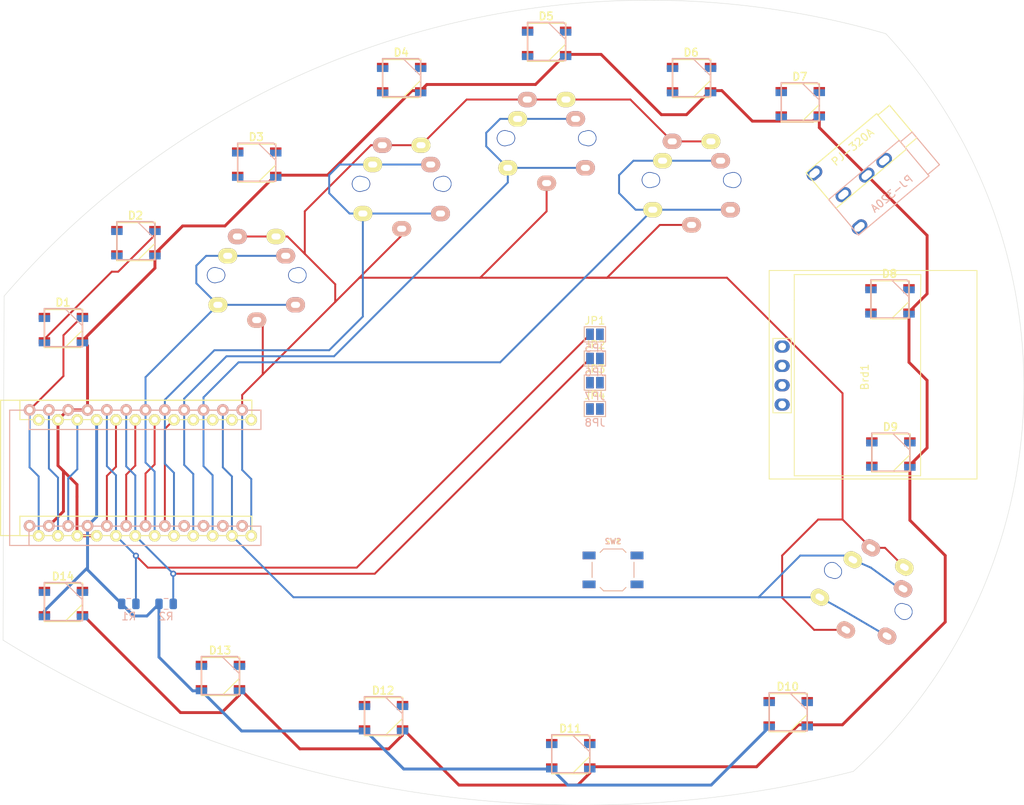
<source format=kicad_pcb>
(kicad_pcb (version 20171130) (host pcbnew 5.1.6)

  (general
    (thickness 1.6)
    (drawings 4)
    (tracks 242)
    (zones 0)
    (modules 34)
    (nets 42)
  )

  (page A4)
  (layers
    (0 F.Cu signal)
    (31 B.Cu signal)
    (32 B.Adhes user)
    (33 F.Adhes user)
    (34 B.Paste user)
    (35 F.Paste user)
    (36 B.SilkS user)
    (37 F.SilkS user)
    (38 B.Mask user)
    (39 F.Mask user)
    (40 Dwgs.User user)
    (41 Cmts.User user)
    (42 Eco1.User user)
    (43 Eco2.User user)
    (44 Edge.Cuts user)
    (45 Margin user)
    (46 B.CrtYd user)
    (47 F.CrtYd user)
    (48 B.Fab user)
    (49 F.Fab user)
  )

  (setup
    (last_trace_width 0.254)
    (trace_clearance 0.2)
    (zone_clearance 0.508)
    (zone_45_only no)
    (trace_min 0.2)
    (via_size 0.8)
    (via_drill 0.4)
    (via_min_size 0.4)
    (via_min_drill 0.3)
    (uvia_size 0.3)
    (uvia_drill 0.1)
    (uvias_allowed no)
    (uvia_min_size 0.2)
    (uvia_min_drill 0.1)
    (edge_width 0.05)
    (segment_width 0.2)
    (pcb_text_width 0.3)
    (pcb_text_size 1.5 1.5)
    (mod_edge_width 0.12)
    (mod_text_size 1 1)
    (mod_text_width 0.15)
    (pad_size 1.524 1.524)
    (pad_drill 0.762)
    (pad_to_mask_clearance 0.05)
    (aux_axis_origin 0 0)
    (visible_elements FFFFFF7F)
    (pcbplotparams
      (layerselection 0x010fc_ffffffff)
      (usegerberextensions false)
      (usegerberattributes true)
      (usegerberadvancedattributes true)
      (creategerberjobfile true)
      (excludeedgelayer true)
      (linewidth 0.100000)
      (plotframeref false)
      (viasonmask false)
      (mode 1)
      (useauxorigin false)
      (hpglpennumber 1)
      (hpglpenspeed 20)
      (hpglpendiameter 15.000000)
      (psnegative false)
      (psa4output false)
      (plotreference true)
      (plotvalue true)
      (plotinvisibletext false)
      (padsonsilk false)
      (subtractmaskfromsilk false)
      (outputformat 1)
      (mirror false)
      (drillshape 1)
      (scaleselection 1)
      (outputdirectory ""))
  )

  (net 0 "")
  (net 1 "Net-(Brd1-Pad2)")
  (net 2 "Net-(Brd1-Pad1)")
  (net 3 "Net-(Brd1-Pad3)")
  (net 4 "Net-(Brd1-Pad4)")
  (net 5 power)
  (net 6 "Net-(D1-Pad2)")
  (net 7 ground)
  (net 8 "Net-(D2-Pad2)")
  (net 9 "Net-(D3-Pad2)")
  (net 10 "Net-(D4-Pad2)")
  (net 11 "Net-(D5-Pad2)")
  (net 12 "Net-(D6-Pad2)")
  (net 13 "Net-(D7-Pad2)")
  (net 14 "Net-(D10-Pad4)")
  (net 15 "Net-(D11-Pad2)")
  (net 16 "Net-(D12-Pad2)")
  (net 17 "Net-(D13-Pad2)")
  (net 18 "Net-(D14-Pad2)")
  (net 19 pin10)
  (net 20 pin16)
  (net 21 pin14)
  (net 22 pin15)
  (net 23 A0)
  (net 24 A1)
  (net 25 A2)
  (net 26 A3)
  (net 27 sda)
  (net 28 scl)
  (net 29 leds)
  (net 30 reset)
  (net 31 row0)
  (net 32 col0)
  (net 33 col1)
  (net 34 col2)
  (net 35 col3)
  (net 36 col4)
  (net 37 connection)
  (net 38 "Net-(U1-Pad1)")
  (net 39 "Net-(U2-Pad24)")
  (net 40 "Net-(D10-Pad2)")
  (net 41 "Net-(D8-Pad2)")

  (net_class Default "This is the default net class."
    (clearance 0.2)
    (trace_width 0.254)
    (via_dia 0.8)
    (via_drill 0.4)
    (uvia_dia 0.3)
    (uvia_drill 0.1)
    (add_net A0)
    (add_net A1)
    (add_net A2)
    (add_net A3)
    (add_net "Net-(Brd1-Pad1)")
    (add_net "Net-(Brd1-Pad2)")
    (add_net "Net-(Brd1-Pad3)")
    (add_net "Net-(Brd1-Pad4)")
    (add_net "Net-(D1-Pad2)")
    (add_net "Net-(D10-Pad2)")
    (add_net "Net-(D10-Pad4)")
    (add_net "Net-(D11-Pad2)")
    (add_net "Net-(D12-Pad2)")
    (add_net "Net-(D13-Pad2)")
    (add_net "Net-(D14-Pad2)")
    (add_net "Net-(D2-Pad2)")
    (add_net "Net-(D3-Pad2)")
    (add_net "Net-(D4-Pad2)")
    (add_net "Net-(D5-Pad2)")
    (add_net "Net-(D6-Pad2)")
    (add_net "Net-(D7-Pad2)")
    (add_net "Net-(D8-Pad2)")
    (add_net "Net-(U1-Pad1)")
    (add_net "Net-(U2-Pad24)")
    (add_net col0)
    (add_net col1)
    (add_net col2)
    (add_net col3)
    (add_net col4)
    (add_net connection)
    (add_net leds)
    (add_net pin10)
    (add_net pin14)
    (add_net pin15)
    (add_net pin16)
    (add_net reset)
    (add_net row0)
    (add_net scl)
    (add_net sda)
  )

  (net_class Power ""
    (clearance 0.2)
    (trace_width 0.381)
    (via_dia 0.8)
    (via_drill 0.4)
    (uvia_dia 0.3)
    (uvia_drill 0.1)
    (add_net ground)
    (add_net power)
  )

  (module other_parts:CherryMX_Choc_1u_reversible (layer F.Cu) (tedit 5F888D6D) (tstamp 5F89DAAA)
    (at 243.8722 124.5 330)
    (path /5F8EE541)
    (fp_text reference SW7 (at 4.6 6 330) (layer Dwgs.User) hide
      (effects (font (size 1 1) (thickness 0.15)))
    )
    (fp_text value SW_Push (at -0.5 6 330) (layer Dwgs.User) hide
      (effects (font (size 1 1) (thickness 0.15)))
    )
    (fp_line (start 7 7) (end 7 6) (layer Dwgs.User) (width 0.15))
    (fp_line (start 6 7) (end 7 7) (layer Dwgs.User) (width 0.15))
    (fp_line (start -7 -7) (end -6 -7) (layer Dwgs.User) (width 0.15))
    (fp_line (start -7 -6) (end -7 -7) (layer Dwgs.User) (width 0.15))
    (fp_line (start -9.525 9.525) (end -9.525 -9.525) (layer Dwgs.User) (width 0.15))
    (fp_line (start 9.525 9.525) (end -9.525 9.525) (layer Dwgs.User) (width 0.15))
    (fp_line (start 9.525 -9.525) (end 9.525 9.525) (layer Dwgs.User) (width 0.15))
    (fp_line (start -9.525 -9.525) (end 9.525 -9.525) (layer Dwgs.User) (width 0.15))
    (pad 1 thru_hole oval (at 5.1 3.9 330) (size 2.5 2) (drill oval 1.2 0.8) (layers *.Cu B.SilkS F.Mask)
      (net 36 col4))
    (pad 2 thru_hole oval (at 0 5.9 330) (size 2.5 2) (drill oval 1.2 0.8) (layers *.Cu *.SilkS *.Mask)
      (net 31 row0))
    (pad 1 thru_hole oval (at 3.81 -2.54 330) (size 2.5 2) (drill oval 1.2 0.8) (layers *.Cu B.SilkS F.Mask)
      (net 36 col4))
    (pad 2 thru_hole oval (at -2.54 -5.08 330) (size 2.5 2) (drill oval 1.2 0.8) (layers *.Cu B.SilkS F.Mask)
      (net 31 row0))
    (pad 1 thru_hole oval (at -5.1 3.9 330) (size 2.5 2) (drill oval 1.2 0.8) (layers *.Cu F.SilkS B.Mask)
      (net 36 col4))
    (pad "" np_thru_hole circle (at 0 0 60) (size 4 4) (drill 4) (layers *.Cu *.Mask))
    (pad "" np_thru_hole circle (at -5.5 0 60) (size 2.1 2.1) (drill 1.9) (layers *.Cu *.Mask))
    (pad "" np_thru_hole circle (at 5.5 0 60) (size 2.1 2.1) (drill 1.9) (layers *.Cu *.Mask))
    (pad 2 thru_hole oval (at 2.54 -5.08 330) (size 2.5 2) (drill oval 1.2 0.8) (layers *.Cu F.SilkS B.Mask)
      (net 31 row0))
    (pad 1 thru_hole oval (at -3.81 -2.54 330) (size 2.5 2) (drill oval 1.2 0.8) (layers *.Cu F.SilkS B.Mask)
      (net 36 col4))
    (pad "" np_thru_hole circle (at 5.08 0 330) (size 1.9 1.9) (drill 1.7) (layers *.Cu *.Mask))
    (pad "" np_thru_hole circle (at -5.08 0 330) (size 1.9 1.9) (drill 1.7) (layers *.Cu *.Mask))
  )

  (module other_parts:CherryMX_Choc_1u_reversible (layer F.Cu) (tedit 5F888D6D) (tstamp 5F89B4FE)
    (at 201.5998 65)
    (path /5F8EDD51)
    (fp_text reference SW5 (at 4.6 6 180) (layer Dwgs.User) hide
      (effects (font (size 1 1) (thickness 0.15)))
    )
    (fp_text value SW_Push (at -0.5 6 180) (layer Dwgs.User) hide
      (effects (font (size 1 1) (thickness 0.15)))
    )
    (fp_line (start 7 7) (end 7 6) (layer Dwgs.User) (width 0.15))
    (fp_line (start 6 7) (end 7 7) (layer Dwgs.User) (width 0.15))
    (fp_line (start -7 -7) (end -6 -7) (layer Dwgs.User) (width 0.15))
    (fp_line (start -7 -6) (end -7 -7) (layer Dwgs.User) (width 0.15))
    (fp_line (start -9.525 9.525) (end -9.525 -9.525) (layer Dwgs.User) (width 0.15))
    (fp_line (start 9.525 9.525) (end -9.525 9.525) (layer Dwgs.User) (width 0.15))
    (fp_line (start 9.525 -9.525) (end 9.525 9.525) (layer Dwgs.User) (width 0.15))
    (fp_line (start -9.525 -9.525) (end 9.525 -9.525) (layer Dwgs.User) (width 0.15))
    (pad 1 thru_hole oval (at 5.1 3.9) (size 2.5 2) (drill oval 1.2 0.8) (layers *.Cu B.SilkS F.Mask)
      (net 34 col2))
    (pad 2 thru_hole oval (at 0 5.9) (size 2.5 2) (drill oval 1.2 0.8) (layers *.Cu *.SilkS *.Mask)
      (net 31 row0))
    (pad 1 thru_hole oval (at 3.81 -2.54) (size 2.5 2) (drill oval 1.2 0.8) (layers *.Cu B.SilkS F.Mask)
      (net 34 col2))
    (pad 2 thru_hole oval (at -2.54 -5.08) (size 2.5 2) (drill oval 1.2 0.8) (layers *.Cu B.SilkS F.Mask)
      (net 31 row0))
    (pad 1 thru_hole oval (at -5.1 3.9) (size 2.5 2) (drill oval 1.2 0.8) (layers *.Cu F.SilkS B.Mask)
      (net 34 col2))
    (pad "" np_thru_hole circle (at 0 0 90) (size 4 4) (drill 4) (layers *.Cu *.Mask))
    (pad "" np_thru_hole circle (at -5.5 0 90) (size 2.1 2.1) (drill 1.9) (layers *.Cu *.Mask))
    (pad "" np_thru_hole circle (at 5.5 0 90) (size 2.1 2.1) (drill 1.9) (layers *.Cu *.Mask))
    (pad 2 thru_hole oval (at 2.54 -5.08) (size 2.5 2) (drill oval 1.2 0.8) (layers *.Cu F.SilkS B.Mask)
      (net 31 row0))
    (pad 1 thru_hole oval (at -3.81 -2.54) (size 2.5 2) (drill oval 1.2 0.8) (layers *.Cu F.SilkS B.Mask)
      (net 34 col2))
    (pad "" np_thru_hole circle (at 5.08 0) (size 1.9 1.9) (drill 1.7) (layers *.Cu *.Mask))
    (pad "" np_thru_hole circle (at -5.08 0) (size 1.9 1.9) (drill 1.7) (layers *.Cu *.Mask))
  )

  (module other_parts:CherryMX_Choc_1u_reversible (layer F.Cu) (tedit 5F888D6D) (tstamp 5F89B4E6)
    (at 182.551 71)
    (path /5F8EBDCA)
    (fp_text reference SW4 (at 4.6 6 180) (layer Dwgs.User) hide
      (effects (font (size 1 1) (thickness 0.15)))
    )
    (fp_text value SW_Push (at -0.5 6 180) (layer Dwgs.User) hide
      (effects (font (size 1 1) (thickness 0.15)))
    )
    (fp_line (start 7 7) (end 7 6) (layer Dwgs.User) (width 0.15))
    (fp_line (start 6 7) (end 7 7) (layer Dwgs.User) (width 0.15))
    (fp_line (start -7 -7) (end -6 -7) (layer Dwgs.User) (width 0.15))
    (fp_line (start -7 -6) (end -7 -7) (layer Dwgs.User) (width 0.15))
    (fp_line (start -9.525 9.525) (end -9.525 -9.525) (layer Dwgs.User) (width 0.15))
    (fp_line (start 9.525 9.525) (end -9.525 9.525) (layer Dwgs.User) (width 0.15))
    (fp_line (start 9.525 -9.525) (end 9.525 9.525) (layer Dwgs.User) (width 0.15))
    (fp_line (start -9.525 -9.525) (end 9.525 -9.525) (layer Dwgs.User) (width 0.15))
    (pad 1 thru_hole oval (at 5.1 3.9) (size 2.5 2) (drill oval 1.2 0.8) (layers *.Cu B.SilkS F.Mask)
      (net 33 col1))
    (pad 2 thru_hole oval (at 0 5.9) (size 2.5 2) (drill oval 1.2 0.8) (layers *.Cu *.SilkS *.Mask)
      (net 31 row0))
    (pad 1 thru_hole oval (at 3.81 -2.54) (size 2.5 2) (drill oval 1.2 0.8) (layers *.Cu B.SilkS F.Mask)
      (net 33 col1))
    (pad 2 thru_hole oval (at -2.54 -5.08) (size 2.5 2) (drill oval 1.2 0.8) (layers *.Cu B.SilkS F.Mask)
      (net 31 row0))
    (pad 1 thru_hole oval (at -5.1 3.9) (size 2.5 2) (drill oval 1.2 0.8) (layers *.Cu F.SilkS B.Mask)
      (net 33 col1))
    (pad "" np_thru_hole circle (at 0 0 90) (size 4 4) (drill 4) (layers *.Cu *.Mask))
    (pad "" np_thru_hole circle (at -5.5 0 90) (size 2.1 2.1) (drill 1.9) (layers *.Cu *.Mask))
    (pad "" np_thru_hole circle (at 5.5 0 90) (size 2.1 2.1) (drill 1.9) (layers *.Cu *.Mask))
    (pad 2 thru_hole oval (at 2.54 -5.08) (size 2.5 2) (drill oval 1.2 0.8) (layers *.Cu F.SilkS B.Mask)
      (net 31 row0))
    (pad 1 thru_hole oval (at -3.81 -2.54) (size 2.5 2) (drill oval 1.2 0.8) (layers *.Cu F.SilkS B.Mask)
      (net 33 col1))
    (pad "" np_thru_hole circle (at 5.08 0) (size 1.9 1.9) (drill 1.7) (layers *.Cu *.Mask))
    (pad "" np_thru_hole circle (at -5.08 0) (size 1.9 1.9) (drill 1.7) (layers *.Cu *.Mask))
  )

  (module other_parts:CherryMX_Choc_1u_reversible (layer F.Cu) (tedit 5F888D6D) (tstamp 5F89B4CE)
    (at 163.5022 83)
    (path /5F8EB390)
    (fp_text reference SW3 (at 4.6 6 180) (layer Dwgs.User) hide
      (effects (font (size 1 1) (thickness 0.15)))
    )
    (fp_text value SW_Push (at -0.5 6 180) (layer Dwgs.User) hide
      (effects (font (size 1 1) (thickness 0.15)))
    )
    (fp_line (start 7 7) (end 7 6) (layer Dwgs.User) (width 0.15))
    (fp_line (start 6 7) (end 7 7) (layer Dwgs.User) (width 0.15))
    (fp_line (start -7 -7) (end -6 -7) (layer Dwgs.User) (width 0.15))
    (fp_line (start -7 -6) (end -7 -7) (layer Dwgs.User) (width 0.15))
    (fp_line (start -9.525 9.525) (end -9.525 -9.525) (layer Dwgs.User) (width 0.15))
    (fp_line (start 9.525 9.525) (end -9.525 9.525) (layer Dwgs.User) (width 0.15))
    (fp_line (start 9.525 -9.525) (end 9.525 9.525) (layer Dwgs.User) (width 0.15))
    (fp_line (start -9.525 -9.525) (end 9.525 -9.525) (layer Dwgs.User) (width 0.15))
    (pad 1 thru_hole oval (at 5.1 3.9) (size 2.5 2) (drill oval 1.2 0.8) (layers *.Cu B.SilkS F.Mask)
      (net 32 col0))
    (pad 2 thru_hole oval (at 0 5.9) (size 2.5 2) (drill oval 1.2 0.8) (layers *.Cu *.SilkS *.Mask)
      (net 31 row0))
    (pad 1 thru_hole oval (at 3.81 -2.54) (size 2.5 2) (drill oval 1.2 0.8) (layers *.Cu B.SilkS F.Mask)
      (net 32 col0))
    (pad 2 thru_hole oval (at -2.54 -5.08) (size 2.5 2) (drill oval 1.2 0.8) (layers *.Cu B.SilkS F.Mask)
      (net 31 row0))
    (pad 1 thru_hole oval (at -5.1 3.9) (size 2.5 2) (drill oval 1.2 0.8) (layers *.Cu F.SilkS B.Mask)
      (net 32 col0))
    (pad "" np_thru_hole circle (at 0 0 90) (size 4 4) (drill 4) (layers *.Cu *.Mask))
    (pad "" np_thru_hole circle (at -5.5 0 90) (size 2.1 2.1) (drill 1.9) (layers *.Cu *.Mask))
    (pad "" np_thru_hole circle (at 5.5 0 90) (size 2.1 2.1) (drill 1.9) (layers *.Cu *.Mask))
    (pad 2 thru_hole oval (at 2.54 -5.08) (size 2.5 2) (drill oval 1.2 0.8) (layers *.Cu F.SilkS B.Mask)
      (net 31 row0))
    (pad 1 thru_hole oval (at -3.81 -2.54) (size 2.5 2) (drill oval 1.2 0.8) (layers *.Cu F.SilkS B.Mask)
      (net 32 col0))
    (pad "" np_thru_hole circle (at 5.08 0) (size 1.9 1.9) (drill 1.7) (layers *.Cu *.Mask))
    (pad "" np_thru_hole circle (at -5.08 0) (size 1.9 1.9) (drill 1.7) (layers *.Cu *.Mask))
  )

  (module other_parts:CherryMX_Choc_1u_reversible (layer F.Cu) (tedit 5F888D6D) (tstamp 5F89A807)
    (at 220.6486 70.5)
    (path /5F8EE199)
    (fp_text reference SW6 (at 4.6 6 180) (layer Dwgs.User) hide
      (effects (font (size 1 1) (thickness 0.15)))
    )
    (fp_text value SW_Push (at -0.5 6 180) (layer Dwgs.User) hide
      (effects (font (size 1 1) (thickness 0.15)))
    )
    (fp_line (start 7 7) (end 7 6) (layer Dwgs.User) (width 0.15))
    (fp_line (start 6 7) (end 7 7) (layer Dwgs.User) (width 0.15))
    (fp_line (start -7 -7) (end -6 -7) (layer Dwgs.User) (width 0.15))
    (fp_line (start -7 -6) (end -7 -7) (layer Dwgs.User) (width 0.15))
    (fp_line (start -9.525 9.525) (end -9.525 -9.525) (layer Dwgs.User) (width 0.15))
    (fp_line (start 9.525 9.525) (end -9.525 9.525) (layer Dwgs.User) (width 0.15))
    (fp_line (start 9.525 -9.525) (end 9.525 9.525) (layer Dwgs.User) (width 0.15))
    (fp_line (start -9.525 -9.525) (end 9.525 -9.525) (layer Dwgs.User) (width 0.15))
    (pad 1 thru_hole oval (at 5.1 3.9) (size 2.5 2) (drill oval 1.2 0.8) (layers *.Cu B.SilkS F.Mask)
      (net 35 col3))
    (pad 2 thru_hole oval (at 0 5.9) (size 2.5 2) (drill oval 1.2 0.8) (layers *.Cu *.SilkS *.Mask)
      (net 31 row0))
    (pad 1 thru_hole oval (at 3.81 -2.54) (size 2.5 2) (drill oval 1.2 0.8) (layers *.Cu B.SilkS F.Mask)
      (net 35 col3))
    (pad 2 thru_hole oval (at -2.54 -5.08) (size 2.5 2) (drill oval 1.2 0.8) (layers *.Cu B.SilkS F.Mask)
      (net 31 row0))
    (pad 1 thru_hole oval (at -5.1 3.9) (size 2.5 2) (drill oval 1.2 0.8) (layers *.Cu F.SilkS B.Mask)
      (net 35 col3))
    (pad "" np_thru_hole circle (at 0 0 90) (size 4 4) (drill 4) (layers *.Cu *.Mask))
    (pad "" np_thru_hole circle (at -5.5 0 90) (size 2.1 2.1) (drill 1.9) (layers *.Cu *.Mask))
    (pad "" np_thru_hole circle (at 5.5 0 90) (size 2.1 2.1) (drill 1.9) (layers *.Cu *.Mask))
    (pad 2 thru_hole oval (at 2.54 -5.08) (size 2.5 2) (drill oval 1.2 0.8) (layers *.Cu F.SilkS B.Mask)
      (net 31 row0))
    (pad 1 thru_hole oval (at -3.81 -2.54) (size 2.5 2) (drill oval 1.2 0.8) (layers *.Cu F.SilkS B.Mask)
      (net 35 col3))
    (pad "" np_thru_hole circle (at 5.08 0) (size 1.9 1.9) (drill 1.7) (layers *.Cu *.Mask))
    (pad "" np_thru_hole circle (at -5.08 0) (size 1.9 1.9) (drill 1.7) (layers *.Cu *.Mask))
  )

  (module Keebio-Parts:SW_SPST_TL3342 (layer B.Cu) (tedit 5EA282C8) (tstamp 5F88E9FC)
    (at 210.3305 121.7298 180)
    (descr "Low-profile SMD Tactile Switch, https://www.e-switch.com/system/asset/product_line/data_sheet/165/TL3342.pdf")
    (tags "SPST Tactile Switch")
    (path /5F996256)
    (attr smd)
    (fp_text reference SW2 (at 0 3.75) (layer B.SilkS)
      (effects (font (size 0.7 0.7) (thickness 0.15)) (justify mirror))
    )
    (fp_text value SW_Push (at 0 -3.75) (layer B.Fab)
      (effects (font (size 1 1) (thickness 0.15)) (justify mirror))
    )
    (fp_text user %R (at 0 3.75) (layer B.Fab)
      (effects (font (size 1 1) (thickness 0.15)) (justify mirror))
    )
    (fp_line (start 3.2 -2.1) (end 3.2 -1.6) (layer B.Fab) (width 0.1))
    (fp_line (start 3.2 2.1) (end 3.2 1.6) (layer B.Fab) (width 0.1))
    (fp_line (start -3.2 -2.1) (end -3.2 -1.6) (layer B.Fab) (width 0.1))
    (fp_line (start -3.2 2.1) (end -3.2 1.6) (layer B.Fab) (width 0.1))
    (fp_line (start 2.7 2.1) (end 2.7 1.6) (layer B.Fab) (width 0.1))
    (fp_line (start 1.7 2.1) (end 3.2 2.1) (layer B.Fab) (width 0.1))
    (fp_line (start 3.2 1.6) (end 2.2 1.6) (layer B.Fab) (width 0.1))
    (fp_line (start -2.7 2.1) (end -2.7 1.6) (layer B.Fab) (width 0.1))
    (fp_line (start -1.7 2.1) (end -3.2 2.1) (layer B.Fab) (width 0.1))
    (fp_line (start -3.2 1.6) (end -2.2 1.6) (layer B.Fab) (width 0.1))
    (fp_line (start -2.7 -2.1) (end -2.7 -1.6) (layer B.Fab) (width 0.1))
    (fp_line (start -3.2 -1.6) (end -2.2 -1.6) (layer B.Fab) (width 0.1))
    (fp_line (start -1.7 -2.1) (end -3.2 -2.1) (layer B.Fab) (width 0.1))
    (fp_line (start 1.7 -2.1) (end 3.2 -2.1) (layer B.Fab) (width 0.1))
    (fp_line (start 2.7 -2.1) (end 2.7 -1.6) (layer B.Fab) (width 0.1))
    (fp_line (start 3.2 -1.6) (end 2.2 -1.6) (layer B.Fab) (width 0.1))
    (fp_line (start -1.7 -2.3) (end -1.25 -2.75) (layer B.SilkS) (width 0.12))
    (fp_line (start 1.7 -2.3) (end 1.25 -2.75) (layer B.SilkS) (width 0.12))
    (fp_line (start 1.7 2.3) (end 1.25 2.75) (layer B.SilkS) (width 0.12))
    (fp_line (start -1.7 2.3) (end -1.25 2.75) (layer B.SilkS) (width 0.12))
    (fp_line (start -2 1) (end -1 2) (layer B.Fab) (width 0.1))
    (fp_line (start -1 2) (end 1 2) (layer B.Fab) (width 0.1))
    (fp_line (start 1 2) (end 2 1) (layer B.Fab) (width 0.1))
    (fp_line (start 2 1) (end 2 -1) (layer B.Fab) (width 0.1))
    (fp_line (start 2 -1) (end 1 -2) (layer B.Fab) (width 0.1))
    (fp_line (start 1 -2) (end -1 -2) (layer B.Fab) (width 0.1))
    (fp_line (start -1 -2) (end -2 -1) (layer B.Fab) (width 0.1))
    (fp_line (start -2 -1) (end -2 1) (layer B.Fab) (width 0.1))
    (fp_line (start 2.75 1) (end 2.75 -1) (layer B.SilkS) (width 0.12))
    (fp_line (start -1.25 -2.75) (end 1.25 -2.75) (layer B.SilkS) (width 0.12))
    (fp_line (start -2.75 1) (end -2.75 -1) (layer B.SilkS) (width 0.12))
    (fp_line (start -1.25 2.75) (end 1.25 2.75) (layer B.SilkS) (width 0.12))
    (fp_line (start -2.6 1.2) (end -2.6 -1.2) (layer B.Fab) (width 0.1))
    (fp_line (start -2.6 -1.2) (end -1.2 -2.6) (layer B.Fab) (width 0.1))
    (fp_line (start -1.2 -2.6) (end 1.2 -2.6) (layer B.Fab) (width 0.1))
    (fp_line (start 1.2 -2.6) (end 2.6 -1.2) (layer B.Fab) (width 0.1))
    (fp_line (start 2.6 -1.2) (end 2.6 1.2) (layer B.Fab) (width 0.1))
    (fp_line (start 2.6 1.2) (end 1.2 2.6) (layer B.Fab) (width 0.1))
    (fp_line (start 1.2 2.6) (end -1.2 2.6) (layer B.Fab) (width 0.1))
    (fp_line (start -1.2 2.6) (end -2.6 1.2) (layer B.Fab) (width 0.1))
    (fp_line (start -4.25 3) (end 4.25 3) (layer B.CrtYd) (width 0.05))
    (fp_line (start 4.25 3) (end 4.25 -3) (layer B.CrtYd) (width 0.05))
    (fp_line (start 4.25 -3) (end -4.25 -3) (layer B.CrtYd) (width 0.05))
    (fp_line (start -4.25 -3) (end -4.25 3) (layer B.CrtYd) (width 0.05))
    (fp_circle (center 0 0) (end 1 0) (layer B.Fab) (width 0.1))
    (pad 1 smd rect (at -3.15 1.9 180) (size 1.7 1) (layers B.Cu B.Paste B.Mask)
      (net 30 reset))
    (pad 1 smd rect (at 3.15 1.9 180) (size 1.7 1) (layers B.Cu B.Paste B.Mask)
      (net 30 reset))
    (pad 2 smd rect (at -3.15 -1.9 180) (size 1.7 1) (layers B.Cu B.Paste B.Mask)
      (net 7 ground))
    (pad 2 smd rect (at 3.15 -1.9 180) (size 1.7 1) (layers B.Cu B.Paste B.Mask)
      (net 7 ground))
    (model ${KISYS3DMOD}/Button_Switch_SMD.3dshapes/SW_SPST_TL3342.step
      (at (xyz 0 0 0))
      (scale (xyz 1 1 1))
      (rotate (xyz 0 0 0))
    )
  )

  (module Keebio-Parts:SW_SPST_TL3342 (layer F.Cu) (tedit 5EA282C8) (tstamp 5F88E949)
    (at 210.3305 121.7298)
    (descr "Low-profile SMD Tactile Switch, https://www.e-switch.com/system/asset/product_line/data_sheet/165/TL3342.pdf")
    (tags "SPST Tactile Switch")
    (path /5F87BCCB)
    (attr smd)
    (fp_text reference SW1 (at 0 -3.75) (layer F.SilkS)
      (effects (font (size 0.7 0.7) (thickness 0.15)))
    )
    (fp_text value SW_Push (at 0 3.75) (layer F.Fab)
      (effects (font (size 1 1) (thickness 0.15)))
    )
    (fp_text user %R (at 0 -3.75) (layer F.Fab)
      (effects (font (size 1 1) (thickness 0.15)))
    )
    (fp_line (start 3.2 2.1) (end 3.2 1.6) (layer F.Fab) (width 0.1))
    (fp_line (start 3.2 -2.1) (end 3.2 -1.6) (layer F.Fab) (width 0.1))
    (fp_line (start -3.2 2.1) (end -3.2 1.6) (layer F.Fab) (width 0.1))
    (fp_line (start -3.2 -2.1) (end -3.2 -1.6) (layer F.Fab) (width 0.1))
    (fp_line (start 2.7 -2.1) (end 2.7 -1.6) (layer F.Fab) (width 0.1))
    (fp_line (start 1.7 -2.1) (end 3.2 -2.1) (layer F.Fab) (width 0.1))
    (fp_line (start 3.2 -1.6) (end 2.2 -1.6) (layer F.Fab) (width 0.1))
    (fp_line (start -2.7 -2.1) (end -2.7 -1.6) (layer F.Fab) (width 0.1))
    (fp_line (start -1.7 -2.1) (end -3.2 -2.1) (layer F.Fab) (width 0.1))
    (fp_line (start -3.2 -1.6) (end -2.2 -1.6) (layer F.Fab) (width 0.1))
    (fp_line (start -2.7 2.1) (end -2.7 1.6) (layer F.Fab) (width 0.1))
    (fp_line (start -3.2 1.6) (end -2.2 1.6) (layer F.Fab) (width 0.1))
    (fp_line (start -1.7 2.1) (end -3.2 2.1) (layer F.Fab) (width 0.1))
    (fp_line (start 1.7 2.1) (end 3.2 2.1) (layer F.Fab) (width 0.1))
    (fp_line (start 2.7 2.1) (end 2.7 1.6) (layer F.Fab) (width 0.1))
    (fp_line (start 3.2 1.6) (end 2.2 1.6) (layer F.Fab) (width 0.1))
    (fp_line (start -1.7 2.3) (end -1.25 2.75) (layer F.SilkS) (width 0.12))
    (fp_line (start 1.7 2.3) (end 1.25 2.75) (layer F.SilkS) (width 0.12))
    (fp_line (start 1.7 -2.3) (end 1.25 -2.75) (layer F.SilkS) (width 0.12))
    (fp_line (start -1.7 -2.3) (end -1.25 -2.75) (layer F.SilkS) (width 0.12))
    (fp_line (start -2 -1) (end -1 -2) (layer F.Fab) (width 0.1))
    (fp_line (start -1 -2) (end 1 -2) (layer F.Fab) (width 0.1))
    (fp_line (start 1 -2) (end 2 -1) (layer F.Fab) (width 0.1))
    (fp_line (start 2 -1) (end 2 1) (layer F.Fab) (width 0.1))
    (fp_line (start 2 1) (end 1 2) (layer F.Fab) (width 0.1))
    (fp_line (start 1 2) (end -1 2) (layer F.Fab) (width 0.1))
    (fp_line (start -1 2) (end -2 1) (layer F.Fab) (width 0.1))
    (fp_line (start -2 1) (end -2 -1) (layer F.Fab) (width 0.1))
    (fp_line (start 2.75 -1) (end 2.75 1) (layer F.SilkS) (width 0.12))
    (fp_line (start -1.25 2.75) (end 1.25 2.75) (layer F.SilkS) (width 0.12))
    (fp_line (start -2.75 -1) (end -2.75 1) (layer F.SilkS) (width 0.12))
    (fp_line (start -1.25 -2.75) (end 1.25 -2.75) (layer F.SilkS) (width 0.12))
    (fp_line (start -2.6 -1.2) (end -2.6 1.2) (layer F.Fab) (width 0.1))
    (fp_line (start -2.6 1.2) (end -1.2 2.6) (layer F.Fab) (width 0.1))
    (fp_line (start -1.2 2.6) (end 1.2 2.6) (layer F.Fab) (width 0.1))
    (fp_line (start 1.2 2.6) (end 2.6 1.2) (layer F.Fab) (width 0.1))
    (fp_line (start 2.6 1.2) (end 2.6 -1.2) (layer F.Fab) (width 0.1))
    (fp_line (start 2.6 -1.2) (end 1.2 -2.6) (layer F.Fab) (width 0.1))
    (fp_line (start 1.2 -2.6) (end -1.2 -2.6) (layer F.Fab) (width 0.1))
    (fp_line (start -1.2 -2.6) (end -2.6 -1.2) (layer F.Fab) (width 0.1))
    (fp_line (start -4.25 -3) (end 4.25 -3) (layer F.CrtYd) (width 0.05))
    (fp_line (start 4.25 -3) (end 4.25 3) (layer F.CrtYd) (width 0.05))
    (fp_line (start 4.25 3) (end -4.25 3) (layer F.CrtYd) (width 0.05))
    (fp_line (start -4.25 3) (end -4.25 -3) (layer F.CrtYd) (width 0.05))
    (fp_circle (center 0 0) (end 1 0) (layer F.Fab) (width 0.1))
    (pad 1 smd rect (at -3.15 -1.9) (size 1.7 1) (layers F.Cu F.Paste F.Mask)
      (net 30 reset))
    (pad 1 smd rect (at 3.15 -1.9) (size 1.7 1) (layers F.Cu F.Paste F.Mask)
      (net 30 reset))
    (pad 2 smd rect (at -3.15 1.9) (size 1.7 1) (layers F.Cu F.Paste F.Mask)
      (net 7 ground))
    (pad 2 smd rect (at 3.15 1.9) (size 1.7 1) (layers F.Cu F.Paste F.Mask)
      (net 7 ground))
    (model ${KISYS3DMOD}/Button_Switch_SMD.3dshapes/SW_SPST_TL3342.step
      (at (xyz 0 0 0))
      (scale (xyz 1 1 1))
      (rotate (xyz 0 0 0))
    )
  )

  (module SSD1306:128x64OLED (layer F.Cu) (tedit 5CF23EAC) (tstamp 5F8922B8)
    (at 243.1541 96.3862 90)
    (path /5F954526)
    (fp_text reference Brd1 (at 0 0.254 90) (layer F.SilkS)
      (effects (font (size 1 1) (thickness 0.15)))
    )
    (fp_text value SSD1306 (at -7.747 -7.62 90) (layer F.Fab)
      (effects (font (size 1 1) (thickness 0.15)))
    )
    (fp_line (start 13.462 -9.017) (end 13.208 -9.005) (layer F.SilkS) (width 0.12))
    (fp_line (start 13.462 7.62) (end 13.462 -9.017) (layer F.SilkS) (width 0.12))
    (fp_line (start 10.122 7.595) (end 13.462 7.62) (layer F.SilkS) (width 0.12))
    (fp_line (start 10.122 -9.005) (end 13.208 -9.005) (layer F.SilkS) (width 0.12))
    (fp_line (start -4.699 -11.811) (end -4.699 -9.398) (layer F.SilkS) (width 0.12))
    (fp_line (start 5.08 -9.398) (end -4.699 -9.398) (layer F.SilkS) (width 0.12))
    (fp_line (start 5.08 -11.811) (end 5.08 -9.398) (layer F.SilkS) (width 0.12))
    (fp_line (start -4.699 -11.811) (end 5.08 -11.811) (layer F.SilkS) (width 0.12))
    (fp_line (start -12.978 -9.005) (end 10.122 -9.005) (layer F.SilkS) (width 0.12))
    (fp_line (start -12.978 7.595) (end -12.978 -9.005) (layer F.SilkS) (width 0.12))
    (fp_line (start 10.122 7.595) (end -12.978 7.595) (layer F.SilkS) (width 0.12))
    (fp_line (start -13.4 15) (end -13.4 -12.3) (layer F.SilkS) (width 0.12))
    (fp_line (start 14 15) (end -13.4 15) (layer F.SilkS) (width 0.12))
    (fp_line (start 14 -12.3) (end 14 15) (layer F.SilkS) (width 0.12))
    (fp_line (start -13.4 -12.3) (end 14 -12.3) (layer F.SilkS) (width 0.12))
    (pad 2 thru_hole oval (at -1.08 -10.6 180) (size 2 1.6) (drill 1) (layers *.Cu *.Mask)
      (net 1 "Net-(Brd1-Pad2)"))
    (pad 1 thru_hole oval (at -3.62 -10.6 180) (size 2 1.6) (drill 1) (layers *.Cu *.Mask)
      (net 2 "Net-(Brd1-Pad1)"))
    (pad 3 thru_hole oval (at 1.46 -10.6 180) (size 2 1.6) (drill 1) (layers *.Cu *.Mask)
      (net 3 "Net-(Brd1-Pad3)"))
    (pad 4 thru_hole oval (at 4 -10.6 180) (size 2 1.6) (drill 1) (layers *.Cu *.Mask)
      (net 4 "Net-(Brd1-Pad4)"))
  )

  (module other_parts:ProMicro (layer B.Cu) (tedit 5B8BDEB4) (tstamp 5F88EA63)
    (at 148.4219 109.5306 270)
    (path /5F8761D8)
    (fp_text reference U2 (at 0 -1.2 270) (layer B.SilkS) hide
      (effects (font (size 1 1) (thickness 0.15)) (justify mirror))
    )
    (fp_text value ProMicro (at 0 0.8 270) (layer B.Fab) hide
      (effects (font (size 1 1) (thickness 0.15)) (justify mirror))
    )
    (fp_line (start -10.09 -14.44) (end -10.09 16.04) (layer F.SilkS) (width 0.15))
    (fp_line (start -7.55 -14.44) (end -10.09 -14.44) (layer F.SilkS) (width 0.15))
    (fp_line (start -7.55 16.04) (end -7.55 -14.44) (layer F.SilkS) (width 0.15))
    (fp_line (start -10.09 16.04) (end -7.55 16.04) (layer F.SilkS) (width 0.15))
    (fp_line (start 5.15 -14.44) (end 5.15 16.04) (layer F.SilkS) (width 0.15))
    (fp_line (start 7.69 -14.44) (end 5.15 -14.44) (layer F.SilkS) (width 0.15))
    (fp_line (start 7.69 16.04) (end 7.69 -14.44) (layer F.SilkS) (width 0.15))
    (fp_line (start 5.15 16.04) (end 7.69 16.04) (layer F.SilkS) (width 0.15))
    (fp_line (start -10.09 -14.44) (end -10.09 18.58) (layer F.SilkS) (width 0.15))
    (fp_line (start 7.69 18.58) (end 7.69 -14.44) (layer F.SilkS) (width 0.15))
    (fp_line (start -10.09 18.58) (end 7.69 18.58) (layer F.SilkS) (width 0.15))
    (fp_line (start 6.448815 -15.635745) (end 8.988815 -15.635745) (layer B.SilkS) (width 0.15))
    (fp_line (start -6.251185 14.844255) (end -8.791185 14.844255) (layer B.SilkS) (width 0.15))
    (fp_line (start -8.791185 14.844255) (end -8.791185 -15.635745) (layer B.SilkS) (width 0.15))
    (fp_line (start -8.791185 17.384255) (end -8.791185 -15.635745) (layer B.SilkS) (width 0.15))
    (fp_line (start 8.988815 17.384255) (end -8.791185 17.384255) (layer B.SilkS) (width 0.15))
    (fp_line (start -8.791185 -15.635745) (end -6.251185 -15.635745) (layer B.SilkS) (width 0.15))
    (fp_line (start 8.988815 14.844255) (end 6.448815 14.844255) (layer B.SilkS) (width 0.15))
    (fp_line (start 8.988815 -15.635745) (end 8.988815 17.384255) (layer B.SilkS) (width 0.15))
    (fp_line (start 6.448815 14.844255) (end 6.448815 -15.635745) (layer B.SilkS) (width 0.15))
    (fp_line (start -6.251185 -15.635745) (end -6.251185 14.844255) (layer B.SilkS) (width 0.15))
    (fp_line (start 8.988815 -15.635745) (end 8.988815 14.844255) (layer B.SilkS) (width 0.15))
    (pad 22 thru_hole circle (at -7.521185 8.494255 90) (size 1.524 1.524) (drill 0.8128) (layers *.Cu *.Mask F.SilkS)
      (net 30 reset))
    (pad 10 thru_hole circle (at 7.718815 -9.285745 90) (size 1.524 1.524) (drill 0.8128) (layers *.Cu *.Mask F.SilkS)
      (net 35 col3))
    (pad 18 thru_hole circle (at -7.521185 -1.665745 90) (size 1.524 1.524) (drill 0.8128) (layers *.Cu *.Mask F.SilkS)
      (net 24 A1))
    (pad 6 thru_hole circle (at 7.718815 0.874255 90) (size 1.524 1.524) (drill 0.8128) (layers *.Cu *.Mask F.SilkS)
      (net 28 scl))
    (pad 4 thru_hole circle (at 7.718815 5.954255 90) (size 1.524 1.524) (drill 0.8128) (layers *.Cu *.Mask F.SilkS)
      (net 7 ground))
    (pad 14 thru_hole circle (at -7.521185 -11.825745 90) (size 1.524 1.524) (drill 0.8128) (layers *.Cu *.Mask F.SilkS)
      (net 20 pin16))
    (pad 3 thru_hole circle (at 7.718815 8.494255 90) (size 1.524 1.524) (drill 0.8128) (layers *.Cu *.Mask F.SilkS)
      (net 7 ground))
    (pad 1 thru_hole circle (at 7.718815 13.574255 90) (size 1.524 1.524) (drill 0.8128) (layers *.Cu *.Mask F.SilkS)
      (net 29 leds))
    (pad 16 thru_hole circle (at -7.521185 -6.745745 90) (size 1.524 1.524) (drill 0.8128) (layers *.Cu *.Mask F.SilkS)
      (net 22 pin15))
    (pad 12 thru_hole circle (at 7.718815 -14.365745 90) (size 1.524 1.524) (drill 0.8128) (layers *.Cu *.Mask F.SilkS)
      (net 31 row0))
    (pad 19 thru_hole circle (at -7.521185 0.874255 90) (size 1.524 1.524) (drill 0.8128) (layers *.Cu *.Mask F.SilkS)
      (net 25 A2))
    (pad 23 thru_hole circle (at -7.521185 11.034255 90) (size 1.524 1.524) (drill 0.8128) (layers *.Cu *.Mask F.SilkS)
      (net 7 ground))
    (pad 21 thru_hole circle (at -7.521185 5.954255 90) (size 1.524 1.524) (drill 0.8128) (layers *.Cu *.Mask F.SilkS)
      (net 5 power))
    (pad 20 thru_hole circle (at -7.521185 3.414255 90) (size 1.524 1.524) (drill 0.8128) (layers *.Cu *.Mask F.SilkS)
      (net 26 A3))
    (pad 15 thru_hole circle (at -7.521185 -9.285745 90) (size 1.524 1.524) (drill 0.8128) (layers *.Cu *.Mask F.SilkS)
      (net 21 pin14))
    (pad 17 thru_hole circle (at -7.521185 -4.205745 90) (size 1.524 1.524) (drill 0.8128) (layers *.Cu *.Mask F.SilkS)
      (net 23 A0))
    (pad 9 thru_hole circle (at 7.718815 -6.745745 90) (size 1.524 1.524) (drill 0.8128) (layers *.Cu *.Mask F.SilkS)
      (net 34 col2))
    (pad 8 thru_hole circle (at 7.718815 -4.205745 90) (size 1.524 1.524) (drill 0.8128) (layers *.Cu *.Mask F.SilkS)
      (net 33 col1))
    (pad 13 thru_hole circle (at -7.521185 -14.365745 90) (size 1.524 1.524) (drill 0.8128) (layers *.Cu *.Mask F.SilkS)
      (net 19 pin10))
    (pad 11 thru_hole circle (at 7.718815 -11.825745 90) (size 1.524 1.524) (drill 0.8128) (layers *.Cu *.Mask F.SilkS)
      (net 36 col4))
    (pad 2 thru_hole circle (at 7.718815 11.034255 90) (size 1.524 1.524) (drill 0.8128) (layers *.Cu *.Mask F.SilkS)
      (net 37 connection))
    (pad 24 thru_hole circle (at -7.521185 13.574255 90) (size 1.524 1.524) (drill 0.8128) (layers *.Cu *.Mask F.SilkS)
      (net 39 "Net-(U2-Pad24)"))
    (pad 7 thru_hole circle (at 7.718815 -1.665745 90) (size 1.524 1.524) (drill 0.8128) (layers *.Cu *.Mask F.SilkS)
      (net 32 col0))
    (pad 5 thru_hole circle (at 7.718815 3.414255 90) (size 1.524 1.524) (drill 0.8128) (layers *.Cu *.Mask F.SilkS)
      (net 27 sda))
    (pad 1 thru_hole circle (at -8.82 14.77 270) (size 1.524 1.524) (drill 0.8128) (layers *.Cu *.Mask B.SilkS)
      (net 29 leds))
    (pad 2 thru_hole circle (at -8.82 12.23 270) (size 1.524 1.524) (drill 0.8128) (layers *.Cu *.Mask B.SilkS)
      (net 37 connection))
    (pad 3 thru_hole circle (at -8.82 9.69 270) (size 1.524 1.524) (drill 0.8128) (layers *.Cu *.Mask B.SilkS)
      (net 7 ground))
    (pad 4 thru_hole circle (at -8.82 7.15 270) (size 1.524 1.524) (drill 0.8128) (layers *.Cu *.Mask B.SilkS)
      (net 7 ground))
    (pad 5 thru_hole circle (at -8.82 4.61 270) (size 1.524 1.524) (drill 0.8128) (layers *.Cu *.Mask B.SilkS)
      (net 27 sda))
    (pad 6 thru_hole circle (at -8.82 2.07 270) (size 1.524 1.524) (drill 0.8128) (layers *.Cu *.Mask B.SilkS)
      (net 28 scl))
    (pad 7 thru_hole circle (at -8.82 -0.47 270) (size 1.524 1.524) (drill 0.8128) (layers *.Cu *.Mask B.SilkS)
      (net 32 col0))
    (pad 8 thru_hole circle (at -8.82 -3.01 270) (size 1.524 1.524) (drill 0.8128) (layers *.Cu *.Mask B.SilkS)
      (net 33 col1))
    (pad 9 thru_hole circle (at -8.82 -5.55 270) (size 1.524 1.524) (drill 0.8128) (layers *.Cu *.Mask B.SilkS)
      (net 34 col2))
    (pad 10 thru_hole circle (at -8.82 -8.09 270) (size 1.524 1.524) (drill 0.8128) (layers *.Cu *.Mask B.SilkS)
      (net 35 col3))
    (pad 11 thru_hole circle (at -8.82 -10.63 270) (size 1.524 1.524) (drill 0.8128) (layers *.Cu *.Mask B.SilkS)
      (net 36 col4))
    (pad 12 thru_hole circle (at -8.82 -13.17 270) (size 1.524 1.524) (drill 0.8128) (layers *.Cu *.Mask B.SilkS)
      (net 31 row0))
    (pad 13 thru_hole circle (at 6.42 -13.17 270) (size 1.524 1.524) (drill 0.8128) (layers *.Cu *.Mask B.SilkS)
      (net 19 pin10))
    (pad 14 thru_hole circle (at 6.42 -10.63 270) (size 1.524 1.524) (drill 0.8128) (layers *.Cu *.Mask B.SilkS)
      (net 20 pin16))
    (pad 15 thru_hole circle (at 6.42 -8.09 270) (size 1.524 1.524) (drill 0.8128) (layers *.Cu *.Mask B.SilkS)
      (net 21 pin14))
    (pad 16 thru_hole circle (at 6.42 -5.55 270) (size 1.524 1.524) (drill 0.8128) (layers *.Cu *.Mask B.SilkS)
      (net 22 pin15))
    (pad 17 thru_hole circle (at 6.42 -3.01 270) (size 1.524 1.524) (drill 0.8128) (layers *.Cu *.Mask B.SilkS)
      (net 23 A0))
    (pad 18 thru_hole circle (at 6.42 -0.47 270) (size 1.524 1.524) (drill 0.8128) (layers *.Cu *.Mask B.SilkS)
      (net 24 A1))
    (pad 19 thru_hole circle (at 6.42 2.07 270) (size 1.524 1.524) (drill 0.8128) (layers *.Cu *.Mask B.SilkS)
      (net 25 A2))
    (pad 20 thru_hole circle (at 6.42 4.61 270) (size 1.524 1.524) (drill 0.8128) (layers *.Cu *.Mask B.SilkS)
      (net 26 A3))
    (pad 21 thru_hole circle (at 6.42 7.15 270) (size 1.524 1.524) (drill 0.8128) (layers *.Cu *.Mask B.SilkS)
      (net 5 power))
    (pad 22 thru_hole circle (at 6.42 9.69 270) (size 1.524 1.524) (drill 0.8128) (layers *.Cu *.Mask B.SilkS)
      (net 30 reset))
    (pad 23 thru_hole circle (at 6.42 12.23 270) (size 1.524 1.524) (drill 0.8128) (layers *.Cu *.Mask B.SilkS)
      (net 7 ground))
    (pad 24 thru_hole circle (at 6.42 14.77 270) (size 1.524 1.524) (drill 0.8128) (layers *.Cu *.Mask B.SilkS)
      (net 39 "Net-(U2-Pad24)"))
  )

  (module Keebio-Parts:TRRS-PJ-320A-dual (layer F.Cu) (tedit 5970F8E5) (tstamp 5F88EA19)
    (at 248.415376 65.860317 310)
    (path /5F8D9C69)
    (fp_text reference U1 (at 0 14.2 130) (layer Dwgs.User)
      (effects (font (size 1 1) (thickness 0.15)))
    )
    (fp_text value TRRS (at 0 -5.6 130) (layer F.Fab)
      (effects (font (size 1 1) (thickness 0.15)))
    )
    (fp_text user PJ-320A (at -4 5.25 40) (layer F.SilkS)
      (effects (font (size 1 1) (thickness 0.15)))
    )
    (fp_text user PJ-320A (at 4 5.25 220) (layer B.SilkS)
      (effects (font (size 1 1) (thickness 0.15)) (justify mirror))
    )
    (fp_line (start 5.1 0) (end 5.1 -2) (layer B.SilkS) (width 0.15))
    (fp_line (start -0.5 -2) (end 5.1 -2) (layer B.SilkS) (width 0.15))
    (fp_line (start -0.5 0) (end -0.5 -2) (layer B.SilkS) (width 0.15))
    (fp_line (start -0.75 12.1) (end 5.35 12.1) (layer B.SilkS) (width 0.15))
    (fp_line (start 5.35 0) (end 5.35 12.1) (layer B.SilkS) (width 0.15))
    (fp_line (start -0.75 0) (end 5.35 0) (layer B.SilkS) (width 0.15))
    (fp_line (start -0.75 0) (end -0.75 12.1) (layer B.SilkS) (width 0.15))
    (fp_line (start 0.5 -2) (end -5.1 -2) (layer F.SilkS) (width 0.15))
    (fp_line (start -5.1 0) (end -5.1 -2) (layer F.SilkS) (width 0.15))
    (fp_line (start 0.5 0) (end 0.5 -2) (layer F.SilkS) (width 0.15))
    (fp_line (start -5.35 0) (end -5.35 12.1) (layer F.SilkS) (width 0.15))
    (fp_line (start 0.75 0) (end 0.75 12.1) (layer F.SilkS) (width 0.15))
    (fp_line (start 0.75 12.1) (end -5.35 12.1) (layer F.SilkS) (width 0.15))
    (fp_line (start 0.75 0) (end -5.35 0) (layer F.SilkS) (width 0.15))
    (pad 3 thru_hole oval (at 0 6.2 310) (size 1.6 2.2) (drill oval 0.9 1.5) (layers *.Cu *.Mask)
      (net 7 ground))
    (pad "" np_thru_hole circle (at -2.3 1.6 310) (size 1.5 1.5) (drill 1.5) (layers *.Cu *.Mask))
    (pad "" np_thru_hole circle (at -2.3 8.6 310) (size 1.5 1.5) (drill 1.5) (layers *.Cu *.Mask))
    (pad 4 thru_hole oval (at 0 3.2 310) (size 1.6 2.2) (drill oval 0.9 1.5) (layers *.Cu *.Mask)
      (net 37 connection))
    (pad 2 thru_hole oval (at 0 10.2 310) (size 1.6 2.2) (drill oval 0.9 1.5) (layers *.Cu *.Mask)
      (net 5 power))
    (pad 1 thru_hole oval (at -4.6 11.3 310) (size 1.6 2.2) (drill oval 0.9 1.5) (layers *.Cu *.Mask)
      (net 38 "Net-(U1-Pad1)"))
    (pad 1 thru_hole oval (at 4.6 11.3 310) (size 1.6 2.2) (drill oval 0.9 1.5) (layers *.Cu *.Mask)
      (net 38 "Net-(U1-Pad1)"))
    (pad "" np_thru_hole circle (at 2.3 1.6 310) (size 1.5 1.5) (drill 1.5) (layers *.Cu *.Mask))
    (pad "" np_thru_hole circle (at 2.3 8.6 310) (size 1.5 1.5) (drill 1.5) (layers *.Cu *.Mask))
  )

  (module Resistor_SMD:R_0805_2012Metric (layer B.Cu) (tedit 5B36C52B) (tstamp 5F88E913)
    (at 151.5967 126.1983)
    (descr "Resistor SMD 0805 (2012 Metric), square (rectangular) end terminal, IPC_7351 nominal, (Body size source: https://docs.google.com/spreadsheets/d/1BsfQQcO9C6DZCsRaXUlFlo91Tg2WpOkGARC1WS5S8t0/edit?usp=sharing), generated with kicad-footprint-generator")
    (tags resistor)
    (path /5F944BD1)
    (attr smd)
    (fp_text reference R2 (at 0 1.65) (layer B.SilkS)
      (effects (font (size 1 1) (thickness 0.15)) (justify mirror))
    )
    (fp_text value 4.7k (at 0 -1.65) (layer B.Fab)
      (effects (font (size 1 1) (thickness 0.15)) (justify mirror))
    )
    (fp_text user %R (at 0 0) (layer F.Fab)
      (effects (font (size 0.5 0.5) (thickness 0.08)))
    )
    (fp_line (start -1 -0.6) (end -1 0.6) (layer B.Fab) (width 0.1))
    (fp_line (start -1 0.6) (end 1 0.6) (layer B.Fab) (width 0.1))
    (fp_line (start 1 0.6) (end 1 -0.6) (layer B.Fab) (width 0.1))
    (fp_line (start 1 -0.6) (end -1 -0.6) (layer B.Fab) (width 0.1))
    (fp_line (start -0.258578 0.71) (end 0.258578 0.71) (layer B.SilkS) (width 0.12))
    (fp_line (start -0.258578 -0.71) (end 0.258578 -0.71) (layer B.SilkS) (width 0.12))
    (fp_line (start -1.68 -0.95) (end -1.68 0.95) (layer B.CrtYd) (width 0.05))
    (fp_line (start -1.68 0.95) (end 1.68 0.95) (layer B.CrtYd) (width 0.05))
    (fp_line (start 1.68 0.95) (end 1.68 -0.95) (layer B.CrtYd) (width 0.05))
    (fp_line (start 1.68 -0.95) (end -1.68 -0.95) (layer B.CrtYd) (width 0.05))
    (pad 2 smd roundrect (at 0.9375 0) (size 0.975 1.4) (layers B.Cu B.Paste B.Mask) (roundrect_rratio 0.25)
      (net 28 scl))
    (pad 1 smd roundrect (at -0.9375 0) (size 0.975 1.4) (layers B.Cu B.Paste B.Mask) (roundrect_rratio 0.25)
      (net 5 power))
    (model ${KISYS3DMOD}/Resistor_SMD.3dshapes/R_0805_2012Metric.wrl
      (at (xyz 0 0 0))
      (scale (xyz 1 1 1))
      (rotate (xyz 0 0 0))
    )
  )

  (module Resistor_SMD:R_0805_2012Metric (layer B.Cu) (tedit 5B36C52B) (tstamp 5F88E902)
    (at 146.6907 126.1983)
    (descr "Resistor SMD 0805 (2012 Metric), square (rectangular) end terminal, IPC_7351 nominal, (Body size source: https://docs.google.com/spreadsheets/d/1BsfQQcO9C6DZCsRaXUlFlo91Tg2WpOkGARC1WS5S8t0/edit?usp=sharing), generated with kicad-footprint-generator")
    (tags resistor)
    (path /5F945A1E)
    (attr smd)
    (fp_text reference R1 (at 0 1.65) (layer B.SilkS)
      (effects (font (size 1 1) (thickness 0.15)) (justify mirror))
    )
    (fp_text value 4.7k (at 0 -1.65) (layer B.Fab)
      (effects (font (size 1 1) (thickness 0.15)) (justify mirror))
    )
    (fp_text user %R (at 0 0) (layer F.Fab)
      (effects (font (size 0.5 0.5) (thickness 0.08)))
    )
    (fp_line (start -1 -0.6) (end -1 0.6) (layer B.Fab) (width 0.1))
    (fp_line (start -1 0.6) (end 1 0.6) (layer B.Fab) (width 0.1))
    (fp_line (start 1 0.6) (end 1 -0.6) (layer B.Fab) (width 0.1))
    (fp_line (start 1 -0.6) (end -1 -0.6) (layer B.Fab) (width 0.1))
    (fp_line (start -0.258578 0.71) (end 0.258578 0.71) (layer B.SilkS) (width 0.12))
    (fp_line (start -0.258578 -0.71) (end 0.258578 -0.71) (layer B.SilkS) (width 0.12))
    (fp_line (start -1.68 -0.95) (end -1.68 0.95) (layer B.CrtYd) (width 0.05))
    (fp_line (start -1.68 0.95) (end 1.68 0.95) (layer B.CrtYd) (width 0.05))
    (fp_line (start 1.68 0.95) (end 1.68 -0.95) (layer B.CrtYd) (width 0.05))
    (fp_line (start 1.68 -0.95) (end -1.68 -0.95) (layer B.CrtYd) (width 0.05))
    (pad 2 smd roundrect (at 0.9375 0) (size 0.975 1.4) (layers B.Cu B.Paste B.Mask) (roundrect_rratio 0.25)
      (net 27 sda))
    (pad 1 smd roundrect (at -0.9375 0) (size 0.975 1.4) (layers B.Cu B.Paste B.Mask) (roundrect_rratio 0.25)
      (net 5 power))
    (model ${KISYS3DMOD}/Resistor_SMD.3dshapes/R_0805_2012Metric.wrl
      (at (xyz 0 0 0))
      (scale (xyz 1 1 1))
      (rotate (xyz 0 0 0))
    )
  )

  (module Jumper:SolderJumper-2_P1.3mm_Open_Pad1.0x1.5mm (layer B.Cu) (tedit 5A3EABFC) (tstamp 5F88E8F1)
    (at 207.9494 100.5874)
    (descr "SMD Solder Jumper, 1x1.5mm Pads, 0.3mm gap, open")
    (tags "solder jumper open")
    (path /5F98B111)
    (attr virtual)
    (fp_text reference JP8 (at 0 1.8) (layer B.SilkS)
      (effects (font (size 1 1) (thickness 0.15)) (justify mirror))
    )
    (fp_text value Jumper_NO_Small (at 0 -1.9) (layer B.Fab)
      (effects (font (size 1 1) (thickness 0.15)) (justify mirror))
    )
    (fp_line (start -1.4 -1) (end -1.4 1) (layer B.SilkS) (width 0.12))
    (fp_line (start 1.4 -1) (end -1.4 -1) (layer B.SilkS) (width 0.12))
    (fp_line (start 1.4 1) (end 1.4 -1) (layer B.SilkS) (width 0.12))
    (fp_line (start -1.4 1) (end 1.4 1) (layer B.SilkS) (width 0.12))
    (fp_line (start -1.65 1.25) (end 1.65 1.25) (layer B.CrtYd) (width 0.05))
    (fp_line (start -1.65 1.25) (end -1.65 -1.25) (layer B.CrtYd) (width 0.05))
    (fp_line (start 1.65 -1.25) (end 1.65 1.25) (layer B.CrtYd) (width 0.05))
    (fp_line (start 1.65 -1.25) (end -1.65 -1.25) (layer B.CrtYd) (width 0.05))
    (pad 1 smd rect (at -0.65 0) (size 1 1.5) (layers B.Cu B.Mask)
      (net 27 sda))
    (pad 2 smd rect (at 0.65 0) (size 1 1.5) (layers B.Cu B.Mask)
      (net 2 "Net-(Brd1-Pad1)"))
  )

  (module Jumper:SolderJumper-2_P1.3mm_Open_Pad1.0x1.5mm (layer B.Cu) (tedit 5A3EABFC) (tstamp 5F88E8E3)
    (at 207.9494 97.1251)
    (descr "SMD Solder Jumper, 1x1.5mm Pads, 0.3mm gap, open")
    (tags "solder jumper open")
    (path /5F98B10B)
    (attr virtual)
    (fp_text reference JP7 (at 0 1.8) (layer B.SilkS)
      (effects (font (size 1 1) (thickness 0.15)) (justify mirror))
    )
    (fp_text value Jumper_NO_Small (at 0 -1.9) (layer B.Fab)
      (effects (font (size 1 1) (thickness 0.15)) (justify mirror))
    )
    (fp_line (start -1.4 -1) (end -1.4 1) (layer B.SilkS) (width 0.12))
    (fp_line (start 1.4 -1) (end -1.4 -1) (layer B.SilkS) (width 0.12))
    (fp_line (start 1.4 1) (end 1.4 -1) (layer B.SilkS) (width 0.12))
    (fp_line (start -1.4 1) (end 1.4 1) (layer B.SilkS) (width 0.12))
    (fp_line (start -1.65 1.25) (end 1.65 1.25) (layer B.CrtYd) (width 0.05))
    (fp_line (start -1.65 1.25) (end -1.65 -1.25) (layer B.CrtYd) (width 0.05))
    (fp_line (start 1.65 -1.25) (end 1.65 1.25) (layer B.CrtYd) (width 0.05))
    (fp_line (start 1.65 -1.25) (end -1.65 -1.25) (layer B.CrtYd) (width 0.05))
    (pad 1 smd rect (at -0.65 0) (size 1 1.5) (layers B.Cu B.Mask)
      (net 28 scl))
    (pad 2 smd rect (at 0.65 0) (size 1 1.5) (layers B.Cu B.Mask)
      (net 1 "Net-(Brd1-Pad2)"))
  )

  (module Jumper:SolderJumper-2_P1.3mm_Open_Pad1.0x1.5mm (layer B.Cu) (tedit 5A3EABFC) (tstamp 5F88E8D5)
    (at 207.9494 93.9503)
    (descr "SMD Solder Jumper, 1x1.5mm Pads, 0.3mm gap, open")
    (tags "solder jumper open")
    (path /5F98B0FF)
    (attr virtual)
    (fp_text reference JP6 (at 0 1.8) (layer B.SilkS)
      (effects (font (size 1 1) (thickness 0.15)) (justify mirror))
    )
    (fp_text value Jumper_NO_Small (at 0 -1.9) (layer B.Fab)
      (effects (font (size 1 1) (thickness 0.15)) (justify mirror))
    )
    (fp_line (start -1.4 -1) (end -1.4 1) (layer B.SilkS) (width 0.12))
    (fp_line (start 1.4 -1) (end -1.4 -1) (layer B.SilkS) (width 0.12))
    (fp_line (start 1.4 1) (end 1.4 -1) (layer B.SilkS) (width 0.12))
    (fp_line (start -1.4 1) (end 1.4 1) (layer B.SilkS) (width 0.12))
    (fp_line (start -1.65 1.25) (end 1.65 1.25) (layer B.CrtYd) (width 0.05))
    (fp_line (start -1.65 1.25) (end -1.65 -1.25) (layer B.CrtYd) (width 0.05))
    (fp_line (start 1.65 -1.25) (end 1.65 1.25) (layer B.CrtYd) (width 0.05))
    (fp_line (start 1.65 -1.25) (end -1.65 -1.25) (layer B.CrtYd) (width 0.05))
    (pad 1 smd rect (at -0.65 0) (size 1 1.5) (layers B.Cu B.Mask)
      (net 5 power))
    (pad 2 smd rect (at 0.65 0) (size 1 1.5) (layers B.Cu B.Mask)
      (net 3 "Net-(Brd1-Pad3)"))
  )

  (module Jumper:SolderJumper-2_P1.3mm_Open_Pad1.0x1.5mm (layer B.Cu) (tedit 5A3EABFC) (tstamp 5F88E8C7)
    (at 207.9494 90.7755)
    (descr "SMD Solder Jumper, 1x1.5mm Pads, 0.3mm gap, open")
    (tags "solder jumper open")
    (path /5F98B105)
    (attr virtual)
    (fp_text reference JP5 (at 0 1.8) (layer B.SilkS)
      (effects (font (size 1 1) (thickness 0.15)) (justify mirror))
    )
    (fp_text value Jumper_NO_Small (at 0 -1.9) (layer B.Fab)
      (effects (font (size 1 1) (thickness 0.15)) (justify mirror))
    )
    (fp_line (start -1.4 -1) (end -1.4 1) (layer B.SilkS) (width 0.12))
    (fp_line (start 1.4 -1) (end -1.4 -1) (layer B.SilkS) (width 0.12))
    (fp_line (start 1.4 1) (end 1.4 -1) (layer B.SilkS) (width 0.12))
    (fp_line (start -1.4 1) (end 1.4 1) (layer B.SilkS) (width 0.12))
    (fp_line (start -1.65 1.25) (end 1.65 1.25) (layer B.CrtYd) (width 0.05))
    (fp_line (start -1.65 1.25) (end -1.65 -1.25) (layer B.CrtYd) (width 0.05))
    (fp_line (start 1.65 -1.25) (end 1.65 1.25) (layer B.CrtYd) (width 0.05))
    (fp_line (start 1.65 -1.25) (end -1.65 -1.25) (layer B.CrtYd) (width 0.05))
    (pad 1 smd rect (at -0.65 0) (size 1 1.5) (layers B.Cu B.Mask)
      (net 7 ground))
    (pad 2 smd rect (at 0.65 0) (size 1 1.5) (layers B.Cu B.Mask)
      (net 4 "Net-(Brd1-Pad4)"))
  )

  (module Jumper:SolderJumper-2_P1.3mm_Open_Pad1.0x1.5mm (layer F.Cu) (tedit 5A3EABFC) (tstamp 5F88E8B9)
    (at 207.9494 100.5874)
    (descr "SMD Solder Jumper, 1x1.5mm Pads, 0.3mm gap, open")
    (tags "solder jumper open")
    (path /5F985958)
    (attr virtual)
    (fp_text reference JP4 (at 0 -1.8) (layer F.SilkS)
      (effects (font (size 1 1) (thickness 0.15)))
    )
    (fp_text value Jumper_NO_Small (at 0 1.9) (layer F.Fab)
      (effects (font (size 1 1) (thickness 0.15)))
    )
    (fp_line (start -1.4 1) (end -1.4 -1) (layer F.SilkS) (width 0.12))
    (fp_line (start 1.4 1) (end -1.4 1) (layer F.SilkS) (width 0.12))
    (fp_line (start 1.4 -1) (end 1.4 1) (layer F.SilkS) (width 0.12))
    (fp_line (start -1.4 -1) (end 1.4 -1) (layer F.SilkS) (width 0.12))
    (fp_line (start -1.65 -1.25) (end 1.65 -1.25) (layer F.CrtYd) (width 0.05))
    (fp_line (start -1.65 -1.25) (end -1.65 1.25) (layer F.CrtYd) (width 0.05))
    (fp_line (start 1.65 1.25) (end 1.65 -1.25) (layer F.CrtYd) (width 0.05))
    (fp_line (start 1.65 1.25) (end -1.65 1.25) (layer F.CrtYd) (width 0.05))
    (pad 1 smd rect (at -0.65 0) (size 1 1.5) (layers F.Cu F.Mask)
      (net 7 ground))
    (pad 2 smd rect (at 0.65 0) (size 1 1.5) (layers F.Cu F.Mask)
      (net 2 "Net-(Brd1-Pad1)"))
  )

  (module Jumper:SolderJumper-2_P1.3mm_Open_Pad1.0x1.5mm (layer F.Cu) (tedit 5A3EABFC) (tstamp 5F88E8AB)
    (at 207.9494 97.1251)
    (descr "SMD Solder Jumper, 1x1.5mm Pads, 0.3mm gap, open")
    (tags "solder jumper open")
    (path /5F985423)
    (attr virtual)
    (fp_text reference JP3 (at 0 -1.8) (layer F.SilkS)
      (effects (font (size 1 1) (thickness 0.15)))
    )
    (fp_text value Jumper_NO_Small (at 0 1.9) (layer F.Fab)
      (effects (font (size 1 1) (thickness 0.15)))
    )
    (fp_line (start -1.4 1) (end -1.4 -1) (layer F.SilkS) (width 0.12))
    (fp_line (start 1.4 1) (end -1.4 1) (layer F.SilkS) (width 0.12))
    (fp_line (start 1.4 -1) (end 1.4 1) (layer F.SilkS) (width 0.12))
    (fp_line (start -1.4 -1) (end 1.4 -1) (layer F.SilkS) (width 0.12))
    (fp_line (start -1.65 -1.25) (end 1.65 -1.25) (layer F.CrtYd) (width 0.05))
    (fp_line (start -1.65 -1.25) (end -1.65 1.25) (layer F.CrtYd) (width 0.05))
    (fp_line (start 1.65 1.25) (end 1.65 -1.25) (layer F.CrtYd) (width 0.05))
    (fp_line (start 1.65 1.25) (end -1.65 1.25) (layer F.CrtYd) (width 0.05))
    (pad 1 smd rect (at -0.65 0) (size 1 1.5) (layers F.Cu F.Mask)
      (net 5 power))
    (pad 2 smd rect (at 0.65 0) (size 1 1.5) (layers F.Cu F.Mask)
      (net 1 "Net-(Brd1-Pad2)"))
  )

  (module Jumper:SolderJumper-2_P1.3mm_Open_Pad1.0x1.5mm (layer F.Cu) (tedit 5A3EABFC) (tstamp 5F88E89D)
    (at 207.9494 93.9503)
    (descr "SMD Solder Jumper, 1x1.5mm Pads, 0.3mm gap, open")
    (tags "solder jumper open")
    (path /5F94E6CB)
    (attr virtual)
    (fp_text reference JP2 (at 0 -1.8) (layer F.SilkS)
      (effects (font (size 1 1) (thickness 0.15)))
    )
    (fp_text value Jumper_NO_Small (at 0 1.9) (layer F.Fab)
      (effects (font (size 1 1) (thickness 0.15)))
    )
    (fp_line (start -1.4 1) (end -1.4 -1) (layer F.SilkS) (width 0.12))
    (fp_line (start 1.4 1) (end -1.4 1) (layer F.SilkS) (width 0.12))
    (fp_line (start 1.4 -1) (end 1.4 1) (layer F.SilkS) (width 0.12))
    (fp_line (start -1.4 -1) (end 1.4 -1) (layer F.SilkS) (width 0.12))
    (fp_line (start -1.65 -1.25) (end 1.65 -1.25) (layer F.CrtYd) (width 0.05))
    (fp_line (start -1.65 -1.25) (end -1.65 1.25) (layer F.CrtYd) (width 0.05))
    (fp_line (start 1.65 1.25) (end 1.65 -1.25) (layer F.CrtYd) (width 0.05))
    (fp_line (start 1.65 1.25) (end -1.65 1.25) (layer F.CrtYd) (width 0.05))
    (pad 1 smd rect (at -0.65 0) (size 1 1.5) (layers F.Cu F.Mask)
      (net 28 scl))
    (pad 2 smd rect (at 0.65 0) (size 1 1.5) (layers F.Cu F.Mask)
      (net 3 "Net-(Brd1-Pad3)"))
  )

  (module Jumper:SolderJumper-2_P1.3mm_Open_Pad1.0x1.5mm (layer F.Cu) (tedit 5A3EABFC) (tstamp 5F88E88F)
    (at 207.9494 90.7755)
    (descr "SMD Solder Jumper, 1x1.5mm Pads, 0.3mm gap, open")
    (tags "solder jumper open")
    (path /5F967B39)
    (attr virtual)
    (fp_text reference JP1 (at 0 -1.8) (layer F.SilkS)
      (effects (font (size 1 1) (thickness 0.15)))
    )
    (fp_text value Jumper_NO_Small (at 0 1.9) (layer F.Fab)
      (effects (font (size 1 1) (thickness 0.15)))
    )
    (fp_line (start -1.4 1) (end -1.4 -1) (layer F.SilkS) (width 0.12))
    (fp_line (start 1.4 1) (end -1.4 1) (layer F.SilkS) (width 0.12))
    (fp_line (start 1.4 -1) (end 1.4 1) (layer F.SilkS) (width 0.12))
    (fp_line (start -1.4 -1) (end 1.4 -1) (layer F.SilkS) (width 0.12))
    (fp_line (start -1.65 -1.25) (end 1.65 -1.25) (layer F.CrtYd) (width 0.05))
    (fp_line (start -1.65 -1.25) (end -1.65 1.25) (layer F.CrtYd) (width 0.05))
    (fp_line (start 1.65 1.25) (end 1.65 -1.25) (layer F.CrtYd) (width 0.05))
    (fp_line (start 1.65 1.25) (end -1.65 1.25) (layer F.CrtYd) (width 0.05))
    (pad 1 smd rect (at -0.65 0) (size 1 1.5) (layers F.Cu F.Mask)
      (net 27 sda))
    (pad 2 smd rect (at 0.65 0) (size 1 1.5) (layers F.Cu F.Mask)
      (net 4 "Net-(Brd1-Pad4)"))
  )

  (module Keebio-Parts:WS2812B (layer F.Cu) (tedit 5F885AFD) (tstamp 5F88E863)
    (at 138.1038 126)
    (path /5F8E9CC3)
    (attr smd)
    (fp_text reference D14 (at -0.06 -3.41) (layer F.SilkS)
      (effects (font (size 1 1) (thickness 0.2)))
    )
    (fp_text value WS2812B (at 0.025 5.4) (layer F.SilkS) hide
      (effects (font (size 1 1) (thickness 0.2)))
    )
    (fp_line (start -2.49936 2.49936) (end -2.49936 -2.49936) (layer F.SilkS) (width 0.2))
    (fp_line (start -2.5 -2.5) (end 2.5 -2.5) (layer F.SilkS) (width 0.2))
    (fp_line (start 2.2 2.5) (end 2.5 2.25) (layer F.SilkS) (width 0.2))
    (fp_line (start 2.5 2.25) (end 2.5 -2.5) (layer F.SilkS) (width 0.2))
    (fp_line (start 2.2 2.5) (end -2.5 2.5) (layer F.SilkS) (width 0.2))
    (fp_line (start 0.2 2.5) (end 2.5 0.25) (layer F.SilkS) (width 0.15))
    (fp_line (start 2.5 -2.35) (end 2.5 2.4) (layer B.SilkS) (width 0.2))
    (fp_line (start 0.2 -2.6) (end 2.5 -0.35) (layer B.SilkS) (width 0.15))
    (fp_line (start 2.2 -2.6) (end -2.5 -2.6) (layer B.SilkS) (width 0.2))
    (fp_line (start 2.2 -2.6) (end 2.5 -2.35) (layer B.SilkS) (width 0.2))
    (fp_line (start -2.49936 -2.59936) (end -2.49936 2.39936) (layer B.SilkS) (width 0.2))
    (fp_line (start -2.5 2.4) (end 2.5 2.4) (layer B.SilkS) (width 0.2))
    (pad 1 smd rect (at -2.49936 1.9002 270) (size 0.89916 1.50114) (layers B.Cu B.Paste B.Mask)
      (net 5 power))
    (pad 4 smd rect (at 2.49936 1.9002 270) (size 0.89916 1.50114) (layers B.Cu B.Paste B.Mask)
      (net 17 "Net-(D13-Pad2)"))
    (pad 3 smd rect (at 2.49936 -1.3002 270) (size 0.89916 1.50114) (layers B.Cu B.Paste B.Mask)
      (net 7 ground))
    (pad 2 smd rect (at -2.49936 -1.3002 270) (size 0.89916 1.50114) (layers B.Cu B.Paste B.Mask)
      (net 18 "Net-(D14-Pad2)"))
    (pad 1 smd rect (at -2.49936 -1.6002 90) (size 0.89916 1.50114) (layers F.Cu F.Paste F.Mask)
      (net 5 power))
    (pad 2 smd rect (at -2.49936 1.6002 90) (size 0.89916 1.50114) (layers F.Cu F.Paste F.Mask)
      (net 18 "Net-(D14-Pad2)"))
    (pad 3 smd rect (at 2.49936 1.6002 90) (size 0.89916 1.50114) (layers F.Cu F.Paste F.Mask)
      (net 7 ground))
    (pad 4 smd rect (at 2.49936 -1.6002 90) (size 0.89916 1.50114) (layers F.Cu F.Paste F.Mask)
      (net 17 "Net-(D13-Pad2)"))
    (model ${KISYS3DMOD}/LED_SMD.3dshapes/LED_RGB_5050-6.step
      (at (xyz 0 0 0))
      (scale (xyz 1 1 1))
      (rotate (xyz 0 0 180))
    )
  )

  (module Keebio-Parts:WS2812B (layer F.Cu) (tedit 5F885AFD) (tstamp 5F88E84B)
    (at 158.74 135.7227)
    (path /5F8E9CB7)
    (attr smd)
    (fp_text reference D13 (at -0.06 -3.41) (layer F.SilkS)
      (effects (font (size 1 1) (thickness 0.2)))
    )
    (fp_text value WS2812B (at 0.025 5.4) (layer F.SilkS) hide
      (effects (font (size 1 1) (thickness 0.2)))
    )
    (fp_line (start -2.49936 2.49936) (end -2.49936 -2.49936) (layer F.SilkS) (width 0.2))
    (fp_line (start -2.5 -2.5) (end 2.5 -2.5) (layer F.SilkS) (width 0.2))
    (fp_line (start 2.2 2.5) (end 2.5 2.25) (layer F.SilkS) (width 0.2))
    (fp_line (start 2.5 2.25) (end 2.5 -2.5) (layer F.SilkS) (width 0.2))
    (fp_line (start 2.2 2.5) (end -2.5 2.5) (layer F.SilkS) (width 0.2))
    (fp_line (start 0.2 2.5) (end 2.5 0.25) (layer F.SilkS) (width 0.15))
    (fp_line (start 2.5 -2.35) (end 2.5 2.4) (layer B.SilkS) (width 0.2))
    (fp_line (start 0.2 -2.6) (end 2.5 -0.35) (layer B.SilkS) (width 0.15))
    (fp_line (start 2.2 -2.6) (end -2.5 -2.6) (layer B.SilkS) (width 0.2))
    (fp_line (start 2.2 -2.6) (end 2.5 -2.35) (layer B.SilkS) (width 0.2))
    (fp_line (start -2.49936 -2.59936) (end -2.49936 2.39936) (layer B.SilkS) (width 0.2))
    (fp_line (start -2.5 2.4) (end 2.5 2.4) (layer B.SilkS) (width 0.2))
    (pad 1 smd rect (at -2.49936 1.9002 270) (size 0.89916 1.50114) (layers B.Cu B.Paste B.Mask)
      (net 5 power))
    (pad 4 smd rect (at 2.49936 1.9002 270) (size 0.89916 1.50114) (layers B.Cu B.Paste B.Mask)
      (net 16 "Net-(D12-Pad2)"))
    (pad 3 smd rect (at 2.49936 -1.3002 270) (size 0.89916 1.50114) (layers B.Cu B.Paste B.Mask)
      (net 7 ground))
    (pad 2 smd rect (at -2.49936 -1.3002 270) (size 0.89916 1.50114) (layers B.Cu B.Paste B.Mask)
      (net 17 "Net-(D13-Pad2)"))
    (pad 1 smd rect (at -2.49936 -1.6002 90) (size 0.89916 1.50114) (layers F.Cu F.Paste F.Mask)
      (net 5 power))
    (pad 2 smd rect (at -2.49936 1.6002 90) (size 0.89916 1.50114) (layers F.Cu F.Paste F.Mask)
      (net 17 "Net-(D13-Pad2)"))
    (pad 3 smd rect (at 2.49936 1.6002 90) (size 0.89916 1.50114) (layers F.Cu F.Paste F.Mask)
      (net 7 ground))
    (pad 4 smd rect (at 2.49936 -1.6002 90) (size 0.89916 1.50114) (layers F.Cu F.Paste F.Mask)
      (net 16 "Net-(D12-Pad2)"))
    (model ${KISYS3DMOD}/LED_SMD.3dshapes/LED_RGB_5050-6.step
      (at (xyz 0 0 0))
      (scale (xyz 1 1 1))
      (rotate (xyz 0 0 180))
    )
  )

  (module Keebio-Parts:WS2812B (layer F.Cu) (tedit 5F885AFD) (tstamp 5F88E833)
    (at 180.1699 141)
    (path /5F8E9CA9)
    (attr smd)
    (fp_text reference D12 (at -0.06 -3.41) (layer F.SilkS)
      (effects (font (size 1 1) (thickness 0.2)))
    )
    (fp_text value WS2812B (at 0.025 5.4) (layer F.SilkS) hide
      (effects (font (size 1 1) (thickness 0.2)))
    )
    (fp_line (start -2.49936 2.49936) (end -2.49936 -2.49936) (layer F.SilkS) (width 0.2))
    (fp_line (start -2.5 -2.5) (end 2.5 -2.5) (layer F.SilkS) (width 0.2))
    (fp_line (start 2.2 2.5) (end 2.5 2.25) (layer F.SilkS) (width 0.2))
    (fp_line (start 2.5 2.25) (end 2.5 -2.5) (layer F.SilkS) (width 0.2))
    (fp_line (start 2.2 2.5) (end -2.5 2.5) (layer F.SilkS) (width 0.2))
    (fp_line (start 0.2 2.5) (end 2.5 0.25) (layer F.SilkS) (width 0.15))
    (fp_line (start 2.5 -2.35) (end 2.5 2.4) (layer B.SilkS) (width 0.2))
    (fp_line (start 0.2 -2.6) (end 2.5 -0.35) (layer B.SilkS) (width 0.15))
    (fp_line (start 2.2 -2.6) (end -2.5 -2.6) (layer B.SilkS) (width 0.2))
    (fp_line (start 2.2 -2.6) (end 2.5 -2.35) (layer B.SilkS) (width 0.2))
    (fp_line (start -2.49936 -2.59936) (end -2.49936 2.39936) (layer B.SilkS) (width 0.2))
    (fp_line (start -2.5 2.4) (end 2.5 2.4) (layer B.SilkS) (width 0.2))
    (pad 1 smd rect (at -2.49936 1.9002 270) (size 0.89916 1.50114) (layers B.Cu B.Paste B.Mask)
      (net 5 power))
    (pad 4 smd rect (at 2.49936 1.9002 270) (size 0.89916 1.50114) (layers B.Cu B.Paste B.Mask)
      (net 15 "Net-(D11-Pad2)"))
    (pad 3 smd rect (at 2.49936 -1.3002 270) (size 0.89916 1.50114) (layers B.Cu B.Paste B.Mask)
      (net 7 ground))
    (pad 2 smd rect (at -2.49936 -1.3002 270) (size 0.89916 1.50114) (layers B.Cu B.Paste B.Mask)
      (net 16 "Net-(D12-Pad2)"))
    (pad 1 smd rect (at -2.49936 -1.6002 90) (size 0.89916 1.50114) (layers F.Cu F.Paste F.Mask)
      (net 5 power))
    (pad 2 smd rect (at -2.49936 1.6002 90) (size 0.89916 1.50114) (layers F.Cu F.Paste F.Mask)
      (net 16 "Net-(D12-Pad2)"))
    (pad 3 smd rect (at 2.49936 1.6002 90) (size 0.89916 1.50114) (layers F.Cu F.Paste F.Mask)
      (net 7 ground))
    (pad 4 smd rect (at 2.49936 -1.6002 90) (size 0.89916 1.50114) (layers F.Cu F.Paste F.Mask)
      (net 15 "Net-(D11-Pad2)"))
    (model ${KISYS3DMOD}/LED_SMD.3dshapes/LED_RGB_5050-6.step
      (at (xyz 0 0 0))
      (scale (xyz 1 1 1))
      (rotate (xyz 0 0 180))
    )
  )

  (module Keebio-Parts:WS2812B (layer F.Cu) (tedit 5F885AFD) (tstamp 5F88E81B)
    (at 204.7746 146)
    (path /5F8E9C97)
    (attr smd)
    (fp_text reference D11 (at -0.06 -3.41) (layer F.SilkS)
      (effects (font (size 1 1) (thickness 0.2)))
    )
    (fp_text value WS2812B (at 0.025 5.4) (layer F.SilkS) hide
      (effects (font (size 1 1) (thickness 0.2)))
    )
    (fp_line (start -2.49936 2.49936) (end -2.49936 -2.49936) (layer F.SilkS) (width 0.2))
    (fp_line (start -2.5 -2.5) (end 2.5 -2.5) (layer F.SilkS) (width 0.2))
    (fp_line (start 2.2 2.5) (end 2.5 2.25) (layer F.SilkS) (width 0.2))
    (fp_line (start 2.5 2.25) (end 2.5 -2.5) (layer F.SilkS) (width 0.2))
    (fp_line (start 2.2 2.5) (end -2.5 2.5) (layer F.SilkS) (width 0.2))
    (fp_line (start 0.2 2.5) (end 2.5 0.25) (layer F.SilkS) (width 0.15))
    (fp_line (start 2.5 -2.35) (end 2.5 2.4) (layer B.SilkS) (width 0.2))
    (fp_line (start 0.2 -2.6) (end 2.5 -0.35) (layer B.SilkS) (width 0.15))
    (fp_line (start 2.2 -2.6) (end -2.5 -2.6) (layer B.SilkS) (width 0.2))
    (fp_line (start 2.2 -2.6) (end 2.5 -2.35) (layer B.SilkS) (width 0.2))
    (fp_line (start -2.49936 -2.59936) (end -2.49936 2.39936) (layer B.SilkS) (width 0.2))
    (fp_line (start -2.5 2.4) (end 2.5 2.4) (layer B.SilkS) (width 0.2))
    (pad 1 smd rect (at -2.49936 1.9002 270) (size 0.89916 1.50114) (layers B.Cu B.Paste B.Mask)
      (net 5 power))
    (pad 4 smd rect (at 2.49936 1.9002 270) (size 0.89916 1.50114) (layers B.Cu B.Paste B.Mask)
      (net 40 "Net-(D10-Pad2)"))
    (pad 3 smd rect (at 2.49936 -1.3002 270) (size 0.89916 1.50114) (layers B.Cu B.Paste B.Mask)
      (net 7 ground))
    (pad 2 smd rect (at -2.49936 -1.3002 270) (size 0.89916 1.50114) (layers B.Cu B.Paste B.Mask)
      (net 15 "Net-(D11-Pad2)"))
    (pad 1 smd rect (at -2.49936 -1.6002 90) (size 0.89916 1.50114) (layers F.Cu F.Paste F.Mask)
      (net 5 power))
    (pad 2 smd rect (at -2.49936 1.6002 90) (size 0.89916 1.50114) (layers F.Cu F.Paste F.Mask)
      (net 15 "Net-(D11-Pad2)"))
    (pad 3 smd rect (at 2.49936 1.6002 90) (size 0.89916 1.50114) (layers F.Cu F.Paste F.Mask)
      (net 7 ground))
    (pad 4 smd rect (at 2.49936 -1.6002 90) (size 0.89916 1.50114) (layers F.Cu F.Paste F.Mask)
      (net 40 "Net-(D10-Pad2)"))
    (model ${KISYS3DMOD}/LED_SMD.3dshapes/LED_RGB_5050-6.step
      (at (xyz 0 0 0))
      (scale (xyz 1 1 1))
      (rotate (xyz 0 0 180))
    )
  )

  (module Keebio-Parts:WS2812B (layer F.Cu) (tedit 5F885AFD) (tstamp 5F88E803)
    (at 220.6486 57.1464)
    (path /5F8E9C3D)
    (attr smd)
    (fp_text reference D6 (at -0.06 -3.41) (layer F.SilkS)
      (effects (font (size 1 1) (thickness 0.2)))
    )
    (fp_text value WS2812B (at 0.025 5.4) (layer F.SilkS) hide
      (effects (font (size 1 1) (thickness 0.2)))
    )
    (fp_line (start -2.49936 2.49936) (end -2.49936 -2.49936) (layer F.SilkS) (width 0.2))
    (fp_line (start -2.5 -2.5) (end 2.5 -2.5) (layer F.SilkS) (width 0.2))
    (fp_line (start 2.2 2.5) (end 2.5 2.25) (layer F.SilkS) (width 0.2))
    (fp_line (start 2.5 2.25) (end 2.5 -2.5) (layer F.SilkS) (width 0.2))
    (fp_line (start 2.2 2.5) (end -2.5 2.5) (layer F.SilkS) (width 0.2))
    (fp_line (start 0.2 2.5) (end 2.5 0.25) (layer F.SilkS) (width 0.15))
    (fp_line (start 2.5 -2.35) (end 2.5 2.4) (layer B.SilkS) (width 0.2))
    (fp_line (start 0.2 -2.6) (end 2.5 -0.35) (layer B.SilkS) (width 0.15))
    (fp_line (start 2.2 -2.6) (end -2.5 -2.6) (layer B.SilkS) (width 0.2))
    (fp_line (start 2.2 -2.6) (end 2.5 -2.35) (layer B.SilkS) (width 0.2))
    (fp_line (start -2.49936 -2.59936) (end -2.49936 2.39936) (layer B.SilkS) (width 0.2))
    (fp_line (start -2.5 2.4) (end 2.5 2.4) (layer B.SilkS) (width 0.2))
    (pad 1 smd rect (at -2.49936 1.9002 270) (size 0.89916 1.50114) (layers B.Cu B.Paste B.Mask)
      (net 5 power))
    (pad 4 smd rect (at 2.49936 1.9002 270) (size 0.89916 1.50114) (layers B.Cu B.Paste B.Mask)
      (net 11 "Net-(D5-Pad2)"))
    (pad 3 smd rect (at 2.49936 -1.3002 270) (size 0.89916 1.50114) (layers B.Cu B.Paste B.Mask)
      (net 7 ground))
    (pad 2 smd rect (at -2.49936 -1.3002 270) (size 0.89916 1.50114) (layers B.Cu B.Paste B.Mask)
      (net 12 "Net-(D6-Pad2)"))
    (pad 1 smd rect (at -2.49936 -1.6002 90) (size 0.89916 1.50114) (layers F.Cu F.Paste F.Mask)
      (net 5 power))
    (pad 2 smd rect (at -2.49936 1.6002 90) (size 0.89916 1.50114) (layers F.Cu F.Paste F.Mask)
      (net 12 "Net-(D6-Pad2)"))
    (pad 3 smd rect (at 2.49936 1.6002 90) (size 0.89916 1.50114) (layers F.Cu F.Paste F.Mask)
      (net 7 ground))
    (pad 4 smd rect (at 2.49936 -1.6002 90) (size 0.89916 1.50114) (layers F.Cu F.Paste F.Mask)
      (net 11 "Net-(D5-Pad2)"))
    (model ${KISYS3DMOD}/LED_SMD.3dshapes/LED_RGB_5050-6.step
      (at (xyz 0 0 0))
      (scale (xyz 1 1 1))
      (rotate (xyz 0 0 180))
    )
  )

  (module Keebio-Parts:WS2812B (layer F.Cu) (tedit 5F885AFD) (tstamp 5F88E7EB)
    (at 233.3478 140.4849)
    (path /5F8E9C91)
    (attr smd)
    (fp_text reference D10 (at -0.06 -3.41) (layer F.SilkS)
      (effects (font (size 1 1) (thickness 0.2)))
    )
    (fp_text value WS2812B (at 0.025 5.4) (layer F.SilkS) hide
      (effects (font (size 1 1) (thickness 0.2)))
    )
    (fp_line (start -2.49936 2.49936) (end -2.49936 -2.49936) (layer F.SilkS) (width 0.2))
    (fp_line (start -2.5 -2.5) (end 2.5 -2.5) (layer F.SilkS) (width 0.2))
    (fp_line (start 2.2 2.5) (end 2.5 2.25) (layer F.SilkS) (width 0.2))
    (fp_line (start 2.5 2.25) (end 2.5 -2.5) (layer F.SilkS) (width 0.2))
    (fp_line (start 2.2 2.5) (end -2.5 2.5) (layer F.SilkS) (width 0.2))
    (fp_line (start 0.2 2.5) (end 2.5 0.25) (layer F.SilkS) (width 0.15))
    (fp_line (start 2.5 -2.35) (end 2.5 2.4) (layer B.SilkS) (width 0.2))
    (fp_line (start 0.2 -2.6) (end 2.5 -0.35) (layer B.SilkS) (width 0.15))
    (fp_line (start 2.2 -2.6) (end -2.5 -2.6) (layer B.SilkS) (width 0.2))
    (fp_line (start 2.2 -2.6) (end 2.5 -2.35) (layer B.SilkS) (width 0.2))
    (fp_line (start -2.49936 -2.59936) (end -2.49936 2.39936) (layer B.SilkS) (width 0.2))
    (fp_line (start -2.5 2.4) (end 2.5 2.4) (layer B.SilkS) (width 0.2))
    (pad 1 smd rect (at -2.49936 1.9002 270) (size 0.89916 1.50114) (layers B.Cu B.Paste B.Mask)
      (net 5 power))
    (pad 4 smd rect (at 2.49936 1.9002 270) (size 0.89916 1.50114) (layers B.Cu B.Paste B.Mask)
      (net 14 "Net-(D10-Pad4)"))
    (pad 3 smd rect (at 2.49936 -1.3002 270) (size 0.89916 1.50114) (layers B.Cu B.Paste B.Mask)
      (net 7 ground))
    (pad 2 smd rect (at -2.49936 -1.3002 270) (size 0.89916 1.50114) (layers B.Cu B.Paste B.Mask)
      (net 40 "Net-(D10-Pad2)"))
    (pad 1 smd rect (at -2.49936 -1.6002 90) (size 0.89916 1.50114) (layers F.Cu F.Paste F.Mask)
      (net 5 power))
    (pad 2 smd rect (at -2.49936 1.6002 90) (size 0.89916 1.50114) (layers F.Cu F.Paste F.Mask)
      (net 40 "Net-(D10-Pad2)"))
    (pad 3 smd rect (at 2.49936 1.6002 90) (size 0.89916 1.50114) (layers F.Cu F.Paste F.Mask)
      (net 7 ground))
    (pad 4 smd rect (at 2.49936 -1.6002 90) (size 0.89916 1.50114) (layers F.Cu F.Paste F.Mask)
      (net 14 "Net-(D10-Pad4)"))
    (model ${KISYS3DMOD}/LED_SMD.3dshapes/LED_RGB_5050-6.step
      (at (xyz 0 0 0))
      (scale (xyz 1 1 1))
      (rotate (xyz 0 0 180))
    )
  )

  (module Keebio-Parts:WS2812B (layer F.Cu) (tedit 5F885AFD) (tstamp 5F88E7D3)
    (at 201.5998 52.3842)
    (path /5F8E9C2B)
    (attr smd)
    (fp_text reference D5 (at -0.06 -3.41) (layer F.SilkS)
      (effects (font (size 1 1) (thickness 0.2)))
    )
    (fp_text value WS2812B (at 0.025 5.4) (layer F.SilkS) hide
      (effects (font (size 1 1) (thickness 0.2)))
    )
    (fp_line (start -2.49936 2.49936) (end -2.49936 -2.49936) (layer F.SilkS) (width 0.2))
    (fp_line (start -2.5 -2.5) (end 2.5 -2.5) (layer F.SilkS) (width 0.2))
    (fp_line (start 2.2 2.5) (end 2.5 2.25) (layer F.SilkS) (width 0.2))
    (fp_line (start 2.5 2.25) (end 2.5 -2.5) (layer F.SilkS) (width 0.2))
    (fp_line (start 2.2 2.5) (end -2.5 2.5) (layer F.SilkS) (width 0.2))
    (fp_line (start 0.2 2.5) (end 2.5 0.25) (layer F.SilkS) (width 0.15))
    (fp_line (start 2.5 -2.35) (end 2.5 2.4) (layer B.SilkS) (width 0.2))
    (fp_line (start 0.2 -2.6) (end 2.5 -0.35) (layer B.SilkS) (width 0.15))
    (fp_line (start 2.2 -2.6) (end -2.5 -2.6) (layer B.SilkS) (width 0.2))
    (fp_line (start 2.2 -2.6) (end 2.5 -2.35) (layer B.SilkS) (width 0.2))
    (fp_line (start -2.49936 -2.59936) (end -2.49936 2.39936) (layer B.SilkS) (width 0.2))
    (fp_line (start -2.5 2.4) (end 2.5 2.4) (layer B.SilkS) (width 0.2))
    (pad 1 smd rect (at -2.49936 1.9002 270) (size 0.89916 1.50114) (layers B.Cu B.Paste B.Mask)
      (net 5 power))
    (pad 4 smd rect (at 2.49936 1.9002 270) (size 0.89916 1.50114) (layers B.Cu B.Paste B.Mask)
      (net 10 "Net-(D4-Pad2)"))
    (pad 3 smd rect (at 2.49936 -1.3002 270) (size 0.89916 1.50114) (layers B.Cu B.Paste B.Mask)
      (net 7 ground))
    (pad 2 smd rect (at -2.49936 -1.3002 270) (size 0.89916 1.50114) (layers B.Cu B.Paste B.Mask)
      (net 11 "Net-(D5-Pad2)"))
    (pad 1 smd rect (at -2.49936 -1.6002 90) (size 0.89916 1.50114) (layers F.Cu F.Paste F.Mask)
      (net 5 power))
    (pad 2 smd rect (at -2.49936 1.6002 90) (size 0.89916 1.50114) (layers F.Cu F.Paste F.Mask)
      (net 11 "Net-(D5-Pad2)"))
    (pad 3 smd rect (at 2.49936 1.6002 90) (size 0.89916 1.50114) (layers F.Cu F.Paste F.Mask)
      (net 7 ground))
    (pad 4 smd rect (at 2.49936 -1.6002 90) (size 0.89916 1.50114) (layers F.Cu F.Paste F.Mask)
      (net 10 "Net-(D4-Pad2)"))
    (model ${KISYS3DMOD}/LED_SMD.3dshapes/LED_RGB_5050-6.step
      (at (xyz 0 0 0))
      (scale (xyz 1 1 1))
      (rotate (xyz 0 0 180))
    )
  )

  (module Keebio-Parts:WS2812B (layer F.Cu) (tedit 5F885AFD) (tstamp 5F88E7BB)
    (at 246.8407 106.3558)
    (path /5F8E9C8B)
    (attr smd)
    (fp_text reference D9 (at -0.06 -3.41) (layer F.SilkS)
      (effects (font (size 1 1) (thickness 0.2)))
    )
    (fp_text value WS2812B (at 0.025 5.4) (layer F.SilkS) hide
      (effects (font (size 1 1) (thickness 0.2)))
    )
    (fp_line (start -2.49936 2.49936) (end -2.49936 -2.49936) (layer F.SilkS) (width 0.2))
    (fp_line (start -2.5 -2.5) (end 2.5 -2.5) (layer F.SilkS) (width 0.2))
    (fp_line (start 2.2 2.5) (end 2.5 2.25) (layer F.SilkS) (width 0.2))
    (fp_line (start 2.5 2.25) (end 2.5 -2.5) (layer F.SilkS) (width 0.2))
    (fp_line (start 2.2 2.5) (end -2.5 2.5) (layer F.SilkS) (width 0.2))
    (fp_line (start 0.2 2.5) (end 2.5 0.25) (layer F.SilkS) (width 0.15))
    (fp_line (start 2.5 -2.35) (end 2.5 2.4) (layer B.SilkS) (width 0.2))
    (fp_line (start 0.2 -2.6) (end 2.5 -0.35) (layer B.SilkS) (width 0.15))
    (fp_line (start 2.2 -2.6) (end -2.5 -2.6) (layer B.SilkS) (width 0.2))
    (fp_line (start 2.2 -2.6) (end 2.5 -2.35) (layer B.SilkS) (width 0.2))
    (fp_line (start -2.49936 -2.59936) (end -2.49936 2.39936) (layer B.SilkS) (width 0.2))
    (fp_line (start -2.5 2.4) (end 2.5 2.4) (layer B.SilkS) (width 0.2))
    (pad 1 smd rect (at -2.49936 1.9002 270) (size 0.89916 1.50114) (layers B.Cu B.Paste B.Mask)
      (net 5 power))
    (pad 4 smd rect (at 2.49936 1.9002 270) (size 0.89916 1.50114) (layers B.Cu B.Paste B.Mask)
      (net 41 "Net-(D8-Pad2)"))
    (pad 3 smd rect (at 2.49936 -1.3002 270) (size 0.89916 1.50114) (layers B.Cu B.Paste B.Mask)
      (net 7 ground))
    (pad 2 smd rect (at -2.49936 -1.3002 270) (size 0.89916 1.50114) (layers B.Cu B.Paste B.Mask)
      (net 14 "Net-(D10-Pad4)"))
    (pad 1 smd rect (at -2.49936 -1.6002 90) (size 0.89916 1.50114) (layers F.Cu F.Paste F.Mask)
      (net 5 power))
    (pad 2 smd rect (at -2.49936 1.6002 90) (size 0.89916 1.50114) (layers F.Cu F.Paste F.Mask)
      (net 14 "Net-(D10-Pad4)"))
    (pad 3 smd rect (at 2.49936 1.6002 90) (size 0.89916 1.50114) (layers F.Cu F.Paste F.Mask)
      (net 7 ground))
    (pad 4 smd rect (at 2.49936 -1.6002 90) (size 0.89916 1.50114) (layers F.Cu F.Paste F.Mask)
      (net 41 "Net-(D8-Pad2)"))
    (model ${KISYS3DMOD}/LED_SMD.3dshapes/LED_RGB_5050-6.step
      (at (xyz 0 0 0))
      (scale (xyz 1 1 1))
      (rotate (xyz 0 0 180))
    )
  )

  (module Keebio-Parts:WS2812B (layer F.Cu) (tedit 5F885AFD) (tstamp 5F88E7A3)
    (at 182.551 57.1464)
    (path /5F8E9C25)
    (attr smd)
    (fp_text reference D4 (at -0.06 -3.41) (layer F.SilkS)
      (effects (font (size 1 1) (thickness 0.2)))
    )
    (fp_text value WS2812B (at 0.025 5.4) (layer F.SilkS) hide
      (effects (font (size 1 1) (thickness 0.2)))
    )
    (fp_line (start -2.49936 2.49936) (end -2.49936 -2.49936) (layer F.SilkS) (width 0.2))
    (fp_line (start -2.5 -2.5) (end 2.5 -2.5) (layer F.SilkS) (width 0.2))
    (fp_line (start 2.2 2.5) (end 2.5 2.25) (layer F.SilkS) (width 0.2))
    (fp_line (start 2.5 2.25) (end 2.5 -2.5) (layer F.SilkS) (width 0.2))
    (fp_line (start 2.2 2.5) (end -2.5 2.5) (layer F.SilkS) (width 0.2))
    (fp_line (start 0.2 2.5) (end 2.5 0.25) (layer F.SilkS) (width 0.15))
    (fp_line (start 2.5 -2.35) (end 2.5 2.4) (layer B.SilkS) (width 0.2))
    (fp_line (start 0.2 -2.6) (end 2.5 -0.35) (layer B.SilkS) (width 0.15))
    (fp_line (start 2.2 -2.6) (end -2.5 -2.6) (layer B.SilkS) (width 0.2))
    (fp_line (start 2.2 -2.6) (end 2.5 -2.35) (layer B.SilkS) (width 0.2))
    (fp_line (start -2.49936 -2.59936) (end -2.49936 2.39936) (layer B.SilkS) (width 0.2))
    (fp_line (start -2.5 2.4) (end 2.5 2.4) (layer B.SilkS) (width 0.2))
    (pad 1 smd rect (at -2.49936 1.9002 270) (size 0.89916 1.50114) (layers B.Cu B.Paste B.Mask)
      (net 5 power))
    (pad 4 smd rect (at 2.49936 1.9002 270) (size 0.89916 1.50114) (layers B.Cu B.Paste B.Mask)
      (net 9 "Net-(D3-Pad2)"))
    (pad 3 smd rect (at 2.49936 -1.3002 270) (size 0.89916 1.50114) (layers B.Cu B.Paste B.Mask)
      (net 7 ground))
    (pad 2 smd rect (at -2.49936 -1.3002 270) (size 0.89916 1.50114) (layers B.Cu B.Paste B.Mask)
      (net 10 "Net-(D4-Pad2)"))
    (pad 1 smd rect (at -2.49936 -1.6002 90) (size 0.89916 1.50114) (layers F.Cu F.Paste F.Mask)
      (net 5 power))
    (pad 2 smd rect (at -2.49936 1.6002 90) (size 0.89916 1.50114) (layers F.Cu F.Paste F.Mask)
      (net 10 "Net-(D4-Pad2)"))
    (pad 3 smd rect (at 2.49936 1.6002 90) (size 0.89916 1.50114) (layers F.Cu F.Paste F.Mask)
      (net 7 ground))
    (pad 4 smd rect (at 2.49936 -1.6002 90) (size 0.89916 1.50114) (layers F.Cu F.Paste F.Mask)
      (net 9 "Net-(D3-Pad2)"))
    (model ${KISYS3DMOD}/LED_SMD.3dshapes/LED_RGB_5050-6.step
      (at (xyz 0 0 0))
      (scale (xyz 1 1 1))
      (rotate (xyz 0 0 180))
    )
  )

  (module Keebio-Parts:WS2812B (layer F.Cu) (tedit 5F885AFD) (tstamp 5F88E78B)
    (at 246.72244 86.2261)
    (path /5F8E9C85)
    (attr smd)
    (fp_text reference D8 (at -0.06 -3.41) (layer F.SilkS)
      (effects (font (size 1 1) (thickness 0.2)))
    )
    (fp_text value WS2812B (at 0.025 5.4) (layer F.SilkS) hide
      (effects (font (size 1 1) (thickness 0.2)))
    )
    (fp_line (start -2.49936 2.49936) (end -2.49936 -2.49936) (layer F.SilkS) (width 0.2))
    (fp_line (start -2.5 -2.5) (end 2.5 -2.5) (layer F.SilkS) (width 0.2))
    (fp_line (start 2.2 2.5) (end 2.5 2.25) (layer F.SilkS) (width 0.2))
    (fp_line (start 2.5 2.25) (end 2.5 -2.5) (layer F.SilkS) (width 0.2))
    (fp_line (start 2.2 2.5) (end -2.5 2.5) (layer F.SilkS) (width 0.2))
    (fp_line (start 0.2 2.5) (end 2.5 0.25) (layer F.SilkS) (width 0.15))
    (fp_line (start 2.5 -2.35) (end 2.5 2.4) (layer B.SilkS) (width 0.2))
    (fp_line (start 0.2 -2.6) (end 2.5 -0.35) (layer B.SilkS) (width 0.15))
    (fp_line (start 2.2 -2.6) (end -2.5 -2.6) (layer B.SilkS) (width 0.2))
    (fp_line (start 2.2 -2.6) (end 2.5 -2.35) (layer B.SilkS) (width 0.2))
    (fp_line (start -2.49936 -2.59936) (end -2.49936 2.39936) (layer B.SilkS) (width 0.2))
    (fp_line (start -2.5 2.4) (end 2.5 2.4) (layer B.SilkS) (width 0.2))
    (pad 1 smd rect (at -2.49936 1.9002 270) (size 0.89916 1.50114) (layers B.Cu B.Paste B.Mask)
      (net 5 power))
    (pad 4 smd rect (at 2.49936 1.9002 270) (size 0.89916 1.50114) (layers B.Cu B.Paste B.Mask)
      (net 13 "Net-(D7-Pad2)"))
    (pad 3 smd rect (at 2.49936 -1.3002 270) (size 0.89916 1.50114) (layers B.Cu B.Paste B.Mask)
      (net 7 ground))
    (pad 2 smd rect (at -2.49936 -1.3002 270) (size 0.89916 1.50114) (layers B.Cu B.Paste B.Mask)
      (net 41 "Net-(D8-Pad2)"))
    (pad 1 smd rect (at -2.49936 -1.6002 90) (size 0.89916 1.50114) (layers F.Cu F.Paste F.Mask)
      (net 5 power))
    (pad 2 smd rect (at -2.49936 1.6002 90) (size 0.89916 1.50114) (layers F.Cu F.Paste F.Mask)
      (net 41 "Net-(D8-Pad2)"))
    (pad 3 smd rect (at 2.49936 1.6002 90) (size 0.89916 1.50114) (layers F.Cu F.Paste F.Mask)
      (net 7 ground))
    (pad 4 smd rect (at 2.49936 -1.6002 90) (size 0.89916 1.50114) (layers F.Cu F.Paste F.Mask)
      (net 13 "Net-(D7-Pad2)"))
    (model ${KISYS3DMOD}/LED_SMD.3dshapes/LED_RGB_5050-6.step
      (at (xyz 0 0 0))
      (scale (xyz 1 1 1))
      (rotate (xyz 0 0 180))
    )
  )

  (module Keebio-Parts:WS2812B (layer F.Cu) (tedit 5F885AFD) (tstamp 5F88E773)
    (at 163.5022 68.2582)
    (path /5F8E9C1F)
    (attr smd)
    (fp_text reference D3 (at -0.06 -3.41) (layer F.SilkS)
      (effects (font (size 1 1) (thickness 0.2)))
    )
    (fp_text value WS2812B (at 0.025 5.4) (layer F.SilkS) hide
      (effects (font (size 1 1) (thickness 0.2)))
    )
    (fp_line (start -2.49936 2.49936) (end -2.49936 -2.49936) (layer F.SilkS) (width 0.2))
    (fp_line (start -2.5 -2.5) (end 2.5 -2.5) (layer F.SilkS) (width 0.2))
    (fp_line (start 2.2 2.5) (end 2.5 2.25) (layer F.SilkS) (width 0.2))
    (fp_line (start 2.5 2.25) (end 2.5 -2.5) (layer F.SilkS) (width 0.2))
    (fp_line (start 2.2 2.5) (end -2.5 2.5) (layer F.SilkS) (width 0.2))
    (fp_line (start 0.2 2.5) (end 2.5 0.25) (layer F.SilkS) (width 0.15))
    (fp_line (start 2.5 -2.35) (end 2.5 2.4) (layer B.SilkS) (width 0.2))
    (fp_line (start 0.2 -2.6) (end 2.5 -0.35) (layer B.SilkS) (width 0.15))
    (fp_line (start 2.2 -2.6) (end -2.5 -2.6) (layer B.SilkS) (width 0.2))
    (fp_line (start 2.2 -2.6) (end 2.5 -2.35) (layer B.SilkS) (width 0.2))
    (fp_line (start -2.49936 -2.59936) (end -2.49936 2.39936) (layer B.SilkS) (width 0.2))
    (fp_line (start -2.5 2.4) (end 2.5 2.4) (layer B.SilkS) (width 0.2))
    (pad 1 smd rect (at -2.49936 1.9002 270) (size 0.89916 1.50114) (layers B.Cu B.Paste B.Mask)
      (net 5 power))
    (pad 4 smd rect (at 2.49936 1.9002 270) (size 0.89916 1.50114) (layers B.Cu B.Paste B.Mask)
      (net 8 "Net-(D2-Pad2)"))
    (pad 3 smd rect (at 2.49936 -1.3002 270) (size 0.89916 1.50114) (layers B.Cu B.Paste B.Mask)
      (net 7 ground))
    (pad 2 smd rect (at -2.49936 -1.3002 270) (size 0.89916 1.50114) (layers B.Cu B.Paste B.Mask)
      (net 9 "Net-(D3-Pad2)"))
    (pad 1 smd rect (at -2.49936 -1.6002 90) (size 0.89916 1.50114) (layers F.Cu F.Paste F.Mask)
      (net 5 power))
    (pad 2 smd rect (at -2.49936 1.6002 90) (size 0.89916 1.50114) (layers F.Cu F.Paste F.Mask)
      (net 9 "Net-(D3-Pad2)"))
    (pad 3 smd rect (at 2.49936 1.6002 90) (size 0.89916 1.50114) (layers F.Cu F.Paste F.Mask)
      (net 7 ground))
    (pad 4 smd rect (at 2.49936 -1.6002 90) (size 0.89916 1.50114) (layers F.Cu F.Paste F.Mask)
      (net 8 "Net-(D2-Pad2)"))
    (model ${KISYS3DMOD}/LED_SMD.3dshapes/LED_RGB_5050-6.step
      (at (xyz 0 0 0))
      (scale (xyz 1 1 1))
      (rotate (xyz 0 0 180))
    )
  )

  (module Keebio-Parts:WS2812B (layer F.Cu) (tedit 5F885AFD) (tstamp 5F88E75B)
    (at 234.9352 60.3212)
    (path /5F8E9C7F)
    (attr smd)
    (fp_text reference D7 (at -0.06 -3.41) (layer F.SilkS)
      (effects (font (size 1 1) (thickness 0.2)))
    )
    (fp_text value WS2812B (at 0.025 5.4) (layer F.SilkS) hide
      (effects (font (size 1 1) (thickness 0.2)))
    )
    (fp_line (start -2.49936 2.49936) (end -2.49936 -2.49936) (layer F.SilkS) (width 0.2))
    (fp_line (start -2.5 -2.5) (end 2.5 -2.5) (layer F.SilkS) (width 0.2))
    (fp_line (start 2.2 2.5) (end 2.5 2.25) (layer F.SilkS) (width 0.2))
    (fp_line (start 2.5 2.25) (end 2.5 -2.5) (layer F.SilkS) (width 0.2))
    (fp_line (start 2.2 2.5) (end -2.5 2.5) (layer F.SilkS) (width 0.2))
    (fp_line (start 0.2 2.5) (end 2.5 0.25) (layer F.SilkS) (width 0.15))
    (fp_line (start 2.5 -2.35) (end 2.5 2.4) (layer B.SilkS) (width 0.2))
    (fp_line (start 0.2 -2.6) (end 2.5 -0.35) (layer B.SilkS) (width 0.15))
    (fp_line (start 2.2 -2.6) (end -2.5 -2.6) (layer B.SilkS) (width 0.2))
    (fp_line (start 2.2 -2.6) (end 2.5 -2.35) (layer B.SilkS) (width 0.2))
    (fp_line (start -2.49936 -2.59936) (end -2.49936 2.39936) (layer B.SilkS) (width 0.2))
    (fp_line (start -2.5 2.4) (end 2.5 2.4) (layer B.SilkS) (width 0.2))
    (pad 1 smd rect (at -2.49936 1.9002 270) (size 0.89916 1.50114) (layers B.Cu B.Paste B.Mask)
      (net 5 power))
    (pad 4 smd rect (at 2.49936 1.9002 270) (size 0.89916 1.50114) (layers B.Cu B.Paste B.Mask)
      (net 12 "Net-(D6-Pad2)"))
    (pad 3 smd rect (at 2.49936 -1.3002 270) (size 0.89916 1.50114) (layers B.Cu B.Paste B.Mask)
      (net 7 ground))
    (pad 2 smd rect (at -2.49936 -1.3002 270) (size 0.89916 1.50114) (layers B.Cu B.Paste B.Mask)
      (net 13 "Net-(D7-Pad2)"))
    (pad 1 smd rect (at -2.49936 -1.6002 90) (size 0.89916 1.50114) (layers F.Cu F.Paste F.Mask)
      (net 5 power))
    (pad 2 smd rect (at -2.49936 1.6002 90) (size 0.89916 1.50114) (layers F.Cu F.Paste F.Mask)
      (net 13 "Net-(D7-Pad2)"))
    (pad 3 smd rect (at 2.49936 1.6002 90) (size 0.89916 1.50114) (layers F.Cu F.Paste F.Mask)
      (net 7 ground))
    (pad 4 smd rect (at 2.49936 -1.6002 90) (size 0.89916 1.50114) (layers F.Cu F.Paste F.Mask)
      (net 12 "Net-(D6-Pad2)"))
    (model ${KISYS3DMOD}/LED_SMD.3dshapes/LED_RGB_5050-6.step
      (at (xyz 0 0 0))
      (scale (xyz 1 1 1))
      (rotate (xyz 0 0 180))
    )
  )

  (module Keebio-Parts:WS2812B (layer F.Cu) (tedit 5F885AFD) (tstamp 5F88E743)
    (at 147.6282 78.5763)
    (path /5F8E9C19)
    (attr smd)
    (fp_text reference D2 (at -0.06 -3.41) (layer F.SilkS)
      (effects (font (size 1 1) (thickness 0.2)))
    )
    (fp_text value WS2812B (at 0.025 5.4) (layer F.SilkS) hide
      (effects (font (size 1 1) (thickness 0.2)))
    )
    (fp_line (start -2.49936 2.49936) (end -2.49936 -2.49936) (layer F.SilkS) (width 0.2))
    (fp_line (start -2.5 -2.5) (end 2.5 -2.5) (layer F.SilkS) (width 0.2))
    (fp_line (start 2.2 2.5) (end 2.5 2.25) (layer F.SilkS) (width 0.2))
    (fp_line (start 2.5 2.25) (end 2.5 -2.5) (layer F.SilkS) (width 0.2))
    (fp_line (start 2.2 2.5) (end -2.5 2.5) (layer F.SilkS) (width 0.2))
    (fp_line (start 0.2 2.5) (end 2.5 0.25) (layer F.SilkS) (width 0.15))
    (fp_line (start 2.5 -2.35) (end 2.5 2.4) (layer B.SilkS) (width 0.2))
    (fp_line (start 0.2 -2.6) (end 2.5 -0.35) (layer B.SilkS) (width 0.15))
    (fp_line (start 2.2 -2.6) (end -2.5 -2.6) (layer B.SilkS) (width 0.2))
    (fp_line (start 2.2 -2.6) (end 2.5 -2.35) (layer B.SilkS) (width 0.2))
    (fp_line (start -2.49936 -2.59936) (end -2.49936 2.39936) (layer B.SilkS) (width 0.2))
    (fp_line (start -2.5 2.4) (end 2.5 2.4) (layer B.SilkS) (width 0.2))
    (pad 1 smd rect (at -2.49936 1.9002 270) (size 0.89916 1.50114) (layers B.Cu B.Paste B.Mask)
      (net 5 power))
    (pad 4 smd rect (at 2.49936 1.9002 270) (size 0.89916 1.50114) (layers B.Cu B.Paste B.Mask)
      (net 6 "Net-(D1-Pad2)"))
    (pad 3 smd rect (at 2.49936 -1.3002 270) (size 0.89916 1.50114) (layers B.Cu B.Paste B.Mask)
      (net 7 ground))
    (pad 2 smd rect (at -2.49936 -1.3002 270) (size 0.89916 1.50114) (layers B.Cu B.Paste B.Mask)
      (net 8 "Net-(D2-Pad2)"))
    (pad 1 smd rect (at -2.49936 -1.6002 90) (size 0.89916 1.50114) (layers F.Cu F.Paste F.Mask)
      (net 5 power))
    (pad 2 smd rect (at -2.49936 1.6002 90) (size 0.89916 1.50114) (layers F.Cu F.Paste F.Mask)
      (net 8 "Net-(D2-Pad2)"))
    (pad 3 smd rect (at 2.49936 1.6002 90) (size 0.89916 1.50114) (layers F.Cu F.Paste F.Mask)
      (net 7 ground))
    (pad 4 smd rect (at 2.49936 -1.6002 90) (size 0.89916 1.50114) (layers F.Cu F.Paste F.Mask)
      (net 6 "Net-(D1-Pad2)"))
    (model ${KISYS3DMOD}/LED_SMD.3dshapes/LED_RGB_5050-6.step
      (at (xyz 0 0 0))
      (scale (xyz 1 1 1))
      (rotate (xyz 0 0 180))
    )
  )

  (module Keebio-Parts:WS2812B (layer F.Cu) (tedit 5F885AFD) (tstamp 5F88E72B)
    (at 138.1038 90)
    (path /5F8E9C13)
    (attr smd)
    (fp_text reference D1 (at -0.06 -3.41) (layer F.SilkS)
      (effects (font (size 1 1) (thickness 0.2)))
    )
    (fp_text value WS2812B (at 0.025 5.4) (layer F.SilkS) hide
      (effects (font (size 1 1) (thickness 0.2)))
    )
    (fp_line (start -2.49936 2.49936) (end -2.49936 -2.49936) (layer F.SilkS) (width 0.2))
    (fp_line (start -2.5 -2.5) (end 2.5 -2.5) (layer F.SilkS) (width 0.2))
    (fp_line (start 2.2 2.5) (end 2.5 2.25) (layer F.SilkS) (width 0.2))
    (fp_line (start 2.5 2.25) (end 2.5 -2.5) (layer F.SilkS) (width 0.2))
    (fp_line (start 2.2 2.5) (end -2.5 2.5) (layer F.SilkS) (width 0.2))
    (fp_line (start 0.2 2.5) (end 2.5 0.25) (layer F.SilkS) (width 0.15))
    (fp_line (start 2.5 -2.35) (end 2.5 2.4) (layer B.SilkS) (width 0.2))
    (fp_line (start 0.2 -2.6) (end 2.5 -0.35) (layer B.SilkS) (width 0.15))
    (fp_line (start 2.2 -2.6) (end -2.5 -2.6) (layer B.SilkS) (width 0.2))
    (fp_line (start 2.2 -2.6) (end 2.5 -2.35) (layer B.SilkS) (width 0.2))
    (fp_line (start -2.49936 -2.59936) (end -2.49936 2.39936) (layer B.SilkS) (width 0.2))
    (fp_line (start -2.5 2.4) (end 2.5 2.4) (layer B.SilkS) (width 0.2))
    (pad 1 smd rect (at -2.49936 1.9002 270) (size 0.89916 1.50114) (layers B.Cu B.Paste B.Mask)
      (net 5 power))
    (pad 4 smd rect (at 2.49936 1.9002 270) (size 0.89916 1.50114) (layers B.Cu B.Paste B.Mask)
      (net 29 leds))
    (pad 3 smd rect (at 2.49936 -1.3002 270) (size 0.89916 1.50114) (layers B.Cu B.Paste B.Mask)
      (net 7 ground))
    (pad 2 smd rect (at -2.49936 -1.3002 270) (size 0.89916 1.50114) (layers B.Cu B.Paste B.Mask)
      (net 6 "Net-(D1-Pad2)"))
    (pad 1 smd rect (at -2.49936 -1.6002 90) (size 0.89916 1.50114) (layers F.Cu F.Paste F.Mask)
      (net 5 power))
    (pad 2 smd rect (at -2.49936 1.6002 90) (size 0.89916 1.50114) (layers F.Cu F.Paste F.Mask)
      (net 6 "Net-(D1-Pad2)"))
    (pad 3 smd rect (at 2.49936 1.6002 90) (size 0.89916 1.50114) (layers F.Cu F.Paste F.Mask)
      (net 7 ground))
    (pad 4 smd rect (at 2.49936 -1.6002 90) (size 0.89916 1.50114) (layers F.Cu F.Paste F.Mask)
      (net 29 leds))
    (model ${KISYS3DMOD}/LED_SMD.3dshapes/LED_RGB_5050-6.step
      (at (xyz 0 0 0))
      (scale (xyz 1 1 1))
      (rotate (xyz 0 0 180))
    )
  )

  (gr_line (start 130.305994 85.749707) (end 130.166801 130.960499) (layer Edge.Cuts) (width 0.05) (tstamp 5F8960E8))
  (gr_arc (start 215.0927 158.74) (end 246.182918 51.270159) (angle -65.41060084) (layer Edge.Cuts) (width 0.05))
  (gr_arc (start 196.0439 97.6251) (end 241.910865 148.210902) (angle -90.55515204) (layer Edge.Cuts) (width 0.05))
  (gr_arc (start 206.362 7.937) (end 130.166801 130.960499) (angle -45.9929743) (layer Edge.Cuts) (width 0.05))

  (segment (start 142.467645 114.754855) (end 141.2719 115.9506) (width 0.381) (layer B.Cu) (net 5))
  (segment (start 142.467645 102.009415) (end 142.467645 114.754855) (width 0.381) (layer B.Cu) (net 5))
  (segment (start 135.60444 127.11026) (end 135.60444 127.9002) (width 0.381) (layer B.Cu) (net 5))
  (segment (start 141.2719 121.4428) (end 135.60444 127.11026) (width 0.381) (layer B.Cu) (net 5))
  (segment (start 141.2719 115.9506) (end 141.2719 121.4428) (width 0.381) (layer B.Cu) (net 5))
  (segment (start 141.2719 121.717) (end 145.7532 126.1983) (width 0.381) (layer B.Cu) (net 5))
  (segment (start 141.2719 121.4428) (end 141.2719 121.717) (width 0.381) (layer B.Cu) (net 5))
  (segment (start 149.0718 127.7857) (end 150.6592 126.1983) (width 0.381) (layer B.Cu) (net 5))
  (segment (start 147.3406 127.7857) (end 149.0718 127.7857) (width 0.381) (layer B.Cu) (net 5))
  (segment (start 145.7532 126.1983) (end 147.3406 127.7857) (width 0.381) (layer B.Cu) (net 5))
  (segment (start 155.0843 137.6229) (end 156.24064 137.6229) (width 0.381) (layer B.Cu) (net 5))
  (segment (start 150.6592 133.1978) (end 155.0843 137.6229) (width 0.381) (layer B.Cu) (net 5))
  (segment (start 150.6592 126.1983) (end 150.6592 133.1978) (width 0.381) (layer B.Cu) (net 5))
  (segment (start 161.51794 142.9002) (end 177.67054 142.9002) (width 0.381) (layer B.Cu) (net 5))
  (segment (start 156.24064 137.6229) (end 161.51794 142.9002) (width 0.381) (layer B.Cu) (net 5))
  (segment (start 182.823 147.9002) (end 202.27524 147.9002) (width 0.381) (layer B.Cu) (net 5))
  (segment (start 177.823 142.9002) (end 182.823 147.9002) (width 0.381) (layer B.Cu) (net 5))
  (segment (start 177.67054 142.9002) (end 177.823 142.9002) (width 0.381) (layer B.Cu) (net 5))
  (segment (start 223.22424 150.0093) (end 230.84844 142.3851) (width 0.381) (layer B.Cu) (net 5))
  (segment (start 204.38434 150.0093) (end 223.22424 150.0093) (width 0.381) (layer B.Cu) (net 5))
  (segment (start 202.27524 147.9002) (end 204.38434 150.0093) (width 0.381) (layer B.Cu) (net 5))
  (segment (start 150.12756 77.71707) (end 150.12756 76.9761) (width 0.254) (layer F.Cu) (net 6))
  (segment (start 145.29983 82.5448) (end 150.12756 77.71707) (width 0.254) (layer F.Cu) (net 6))
  (segment (start 144.4534 82.5448) (end 145.29983 82.5448) (width 0.254) (layer F.Cu) (net 6))
  (segment (start 135.60444 91.39376) (end 144.4534 82.5448) (width 0.254) (layer F.Cu) (net 6))
  (segment (start 135.60444 91.6002) (end 135.60444 91.39376) (width 0.254) (layer F.Cu) (net 6))
  (segment (start 138.68646 100.7106) (end 137.387645 102.009415) (width 0.381) (layer F.Cu) (net 7))
  (segment (start 138.7319 100.7106) (end 138.68646 100.7106) (width 0.381) (layer F.Cu) (net 7))
  (segment (start 137.387645 102.009415) (end 137.387645 108.020745) (width 0.381) (layer F.Cu) (net 7))
  (segment (start 139.884401 117.206171) (end 139.927645 117.249415) (width 0.381) (layer F.Cu) (net 7))
  (segment (start 139.884401 110.517501) (end 139.884401 112.104901) (width 0.381) (layer F.Cu) (net 7))
  (segment (start 139.884401 112.104901) (end 139.884401 117.206171) (width 0.381) (layer F.Cu) (net 7))
  (segment (start 138.1038 114.0387) (end 136.1919 115.9506) (width 0.381) (layer F.Cu) (net 7))
  (segment (start 138.1038 108.7369) (end 138.1038 114.0387) (width 0.381) (layer F.Cu) (net 7))
  (segment (start 137.387645 108.020745) (end 138.1038 108.7369) (width 0.381) (layer F.Cu) (net 7))
  (segment (start 138.1038 108.7369) (end 139.884401 110.517501) (width 0.381) (layer F.Cu) (net 7))
  (segment (start 138.7319 100.7106) (end 141.2719 100.7106) (width 0.381) (layer F.Cu) (net 7))
  (segment (start 139.927645 117.249415) (end 142.467645 117.249415) (width 0.381) (layer F.Cu) (net 7))
  (segment (start 141.2719 92.26894) (end 140.60316 91.6002) (width 0.381) (layer F.Cu) (net 7))
  (segment (start 141.2719 100.7106) (end 141.2719 92.26894) (width 0.381) (layer F.Cu) (net 7))
  (segment (start 150.12756 82.0758) (end 150.12756 80.1765) (width 0.381) (layer F.Cu) (net 7))
  (segment (start 140.60316 91.6002) (end 150.12756 82.0758) (width 0.381) (layer F.Cu) (net 7))
  (segment (start 159.33047 76.52949) (end 166.00156 69.8584) (width 0.381) (layer F.Cu) (net 7))
  (segment (start 153.77457 76.52949) (end 159.33047 76.52949) (width 0.381) (layer F.Cu) (net 7))
  (segment (start 150.12756 80.1765) (end 153.77457 76.52949) (width 0.381) (layer F.Cu) (net 7))
  (segment (start 183.91879 58.7466) (end 185.05036 58.7466) (width 0.381) (layer F.Cu) (net 7))
  (segment (start 172.80699 69.8584) (end 183.91879 58.7466) (width 0.381) (layer F.Cu) (net 7))
  (segment (start 166.00156 69.8584) (end 172.80699 69.8584) (width 0.381) (layer F.Cu) (net 7))
  (segment (start 200.14346 57.9401) (end 204.09916 53.9844) (width 0.381) (layer F.Cu) (net 7))
  (segment (start 185.85686 57.9401) (end 200.14346 57.9401) (width 0.381) (layer F.Cu) (net 7))
  (segment (start 185.05036 58.7466) (end 185.85686 57.9401) (width 0.381) (layer F.Cu) (net 7))
  (segment (start 204.09916 53.9844) (end 208.7559 53.9844) (width 0.381) (layer F.Cu) (net 7))
  (segment (start 208.7559 53.9844) (end 216.6801 61.9086) (width 0.381) (layer F.Cu) (net 7))
  (segment (start 219.98596 61.9086) (end 223.14796 58.7466) (width 0.381) (layer F.Cu) (net 7))
  (segment (start 216.6801 61.9086) (end 219.98596 61.9086) (width 0.381) (layer F.Cu) (net 7))
  (segment (start 223.14796 58.7466) (end 224.6299 58.7466) (width 0.381) (layer F.Cu) (net 7))
  (segment (start 236.594479 62.761481) (end 237.43456 61.9214) (width 0.381) (layer F.Cu) (net 7))
  (segment (start 228.644781 62.761481) (end 236.594479 62.761481) (width 0.381) (layer F.Cu) (net 7))
  (segment (start 224.6299 58.7466) (end 228.644781 62.761481) (width 0.381) (layer F.Cu) (net 7))
  (segment (start 237.43456 63.61426) (end 243.6659 69.8456) (width 0.381) (layer F.Cu) (net 7))
  (segment (start 237.43456 61.9214) (end 237.43456 63.61426) (width 0.381) (layer F.Cu) (net 7))
  (segment (start 251.6029 85.4452) (end 249.2218 87.8263) (width 0.381) (layer F.Cu) (net 7))
  (segment (start 251.6029 77.7826) (end 251.6029 85.4452) (width 0.381) (layer F.Cu) (net 7))
  (segment (start 243.6659 69.8456) (end 251.6029 77.7826) (width 0.381) (layer F.Cu) (net 7))
  (segment (start 251.6029 105.69316) (end 249.34006 107.956) (width 0.381) (layer F.Cu) (net 7))
  (segment (start 251.6029 96.8314) (end 251.6029 105.69316) (width 0.381) (layer F.Cu) (net 7))
  (segment (start 249.2218 94.4503) (end 251.6029 96.8314) (width 0.381) (layer F.Cu) (net 7))
  (segment (start 249.2218 87.8263) (end 249.2218 94.4503) (width 0.381) (layer F.Cu) (net 7))
  (segment (start 249.34006 107.956) (end 249.34006 115.20476) (width 0.381) (layer F.Cu) (net 7))
  (segment (start 249.34006 115.20476) (end 253.984 119.8487) (width 0.381) (layer F.Cu) (net 7))
  (segment (start 253.984 119.8487) (end 253.984 128.5794) (width 0.381) (layer F.Cu) (net 7))
  (segment (start 240.4783 142.0851) (end 235.84716 142.0851) (width 0.381) (layer F.Cu) (net 7))
  (segment (start 253.984 128.5794) (end 240.4783 142.0851) (width 0.381) (layer F.Cu) (net 7))
  (segment (start 229.20049 147.6002) (end 207.27396 147.6002) (width 0.381) (layer F.Cu) (net 7))
  (segment (start 234.71559 142.0851) (end 229.20049 147.6002) (width 0.381) (layer F.Cu) (net 7))
  (segment (start 235.84716 142.0851) (end 234.71559 142.0851) (width 0.381) (layer F.Cu) (net 7))
  (segment (start 190.07836 150.0093) (end 182.66926 142.6002) (width 0.381) (layer F.Cu) (net 7))
  (segment (start 205.69544 150.0093) (end 190.07836 150.0093) (width 0.381) (layer F.Cu) (net 7))
  (segment (start 207.27396 148.43078) (end 205.69544 150.0093) (width 0.381) (layer F.Cu) (net 7))
  (segment (start 207.27396 147.6002) (end 207.27396 148.43078) (width 0.381) (layer F.Cu) (net 7))
  (segment (start 169.16356 145.2471) (end 161.23936 137.3229) (width 0.381) (layer F.Cu) (net 7))
  (segment (start 180.85294 145.2471) (end 169.16356 145.2471) (width 0.381) (layer F.Cu) (net 7))
  (segment (start 182.66926 143.43078) (end 180.85294 145.2471) (width 0.381) (layer F.Cu) (net 7))
  (segment (start 182.66926 142.6002) (end 182.66926 143.43078) (width 0.381) (layer F.Cu) (net 7))
  (segment (start 153.48786 140.4849) (end 140.60316 127.6002) (width 0.381) (layer F.Cu) (net 7))
  (segment (start 161.23936 138.15348) (end 158.90794 140.4849) (width 0.381) (layer F.Cu) (net 7))
  (segment (start 158.90794 140.4849) (end 153.48786 140.4849) (width 0.381) (layer F.Cu) (net 7))
  (segment (start 161.23936 137.3229) (end 161.23936 138.15348) (width 0.381) (layer F.Cu) (net 7))
  (segment (start 151.4319 103.20516) (end 152.627645 102.009415) (width 0.254) (layer F.Cu) (net 23))
  (segment (start 151.4319 115.9506) (end 151.4319 103.20516) (width 0.254) (layer F.Cu) (net 23))
  (segment (start 150.087645 107.864855) (end 150.087645 102.009415) (width 0.254) (layer F.Cu) (net 24))
  (segment (start 148.8919 109.0606) (end 150.087645 107.864855) (width 0.254) (layer F.Cu) (net 24))
  (segment (start 148.8919 115.9506) (end 148.8919 109.0606) (width 0.254) (layer F.Cu) (net 24))
  (segment (start 147.547645 108.023755) (end 147.547645 102.009415) (width 0.254) (layer F.Cu) (net 25))
  (segment (start 146.3519 109.2195) (end 147.547645 108.023755) (width 0.254) (layer F.Cu) (net 25))
  (segment (start 146.3519 115.9506) (end 146.3519 109.2195) (width 0.254) (layer F.Cu) (net 25))
  (segment (start 143.8119 109.3784) (end 143.8119 115.9506) (width 0.254) (layer F.Cu) (net 26))
  (segment (start 145.007645 108.182655) (end 143.8119 109.3784) (width 0.254) (layer F.Cu) (net 26))
  (segment (start 145.007645 102.009415) (end 145.007645 108.182655) (width 0.254) (layer F.Cu) (net 26))
  (segment (start 145.007645 109.291145) (end 145.007645 117.249415) (width 0.254) (layer B.Cu) (net 27))
  (segment (start 143.8119 108.0954) (end 145.007645 109.291145) (width 0.254) (layer B.Cu) (net 27))
  (segment (start 143.8119 100.7106) (end 143.8119 108.0954) (width 0.254) (layer B.Cu) (net 27))
  (segment (start 147.6282 119.86997) (end 147.6282 126.1983) (width 0.254) (layer B.Cu) (net 27))
  (segment (start 145.007645 117.249415) (end 147.6282 119.86997) (width 0.254) (layer B.Cu) (net 27))
  (via (at 147.6282 119.86997) (size 0.8) (drill 0.4) (layers F.Cu B.Cu) (net 27))
  (segment (start 176.6388 121.4361) (end 207.2994 90.7755) (width 0.254) (layer F.Cu) (net 27))
  (segment (start 149.19433 121.4361) (end 176.6388 121.4361) (width 0.254) (layer F.Cu) (net 27))
  (segment (start 147.6282 119.86997) (end 149.19433 121.4361) (width 0.254) (layer F.Cu) (net 27))
  (segment (start 147.547645 109.317534) (end 147.547645 117.249415) (width 0.254) (layer B.Cu) (net 28))
  (segment (start 146.3519 108.121789) (end 147.547645 109.317534) (width 0.254) (layer B.Cu) (net 28))
  (segment (start 146.3519 100.7106) (end 146.3519 108.121789) (width 0.254) (layer B.Cu) (net 28))
  (segment (start 152.5342 122.23597) (end 152.5342 126.1983) (width 0.254) (layer B.Cu) (net 28))
  (segment (start 147.547645 117.249415) (end 152.5342 122.23597) (width 0.254) (layer B.Cu) (net 28))
  (via (at 152.5342 122.23597) (size 0.8) (drill 0.4) (layers F.Cu B.Cu) (net 28))
  (segment (start 179.01373 122.23597) (end 207.2994 93.9503) (width 0.254) (layer F.Cu) (net 28))
  (segment (start 152.5342 122.23597) (end 179.01373 122.23597) (width 0.254) (layer F.Cu) (net 28))
  (segment (start 138.1038 90.89916) (end 140.60316 88.3998) (width 0.254) (layer F.Cu) (net 29))
  (segment (start 138.1038 96.2587) (end 138.1038 90.89916) (width 0.254) (layer F.Cu) (net 29))
  (segment (start 133.6519 100.7106) (end 138.1038 96.2587) (width 0.254) (layer F.Cu) (net 29))
  (segment (start 134.847645 109.449245) (end 134.847645 117.249415) (width 0.254) (layer B.Cu) (net 29))
  (segment (start 133.6519 108.2535) (end 134.847645 109.449245) (width 0.254) (layer B.Cu) (net 29))
  (segment (start 133.6519 100.7106) (end 133.6519 108.2535) (width 0.254) (layer B.Cu) (net 29))
  (segment (start 139.927645 108.500455) (end 139.927645 102.009415) (width 0.254) (layer B.Cu) (net 30))
  (segment (start 138.7319 109.6962) (end 139.927645 108.500455) (width 0.254) (layer B.Cu) (net 30))
  (segment (start 138.7319 115.9506) (end 138.7319 109.6962) (width 0.254) (layer B.Cu) (net 30))
  (segment (start 161.5919 100.7106) (end 161.5919 98.7417) (width 0.254) (layer F.Cu) (net 31))
  (segment (start 218.1086 65.42) (end 223.1886 65.42) (width 0.254) (layer F.Cu) (net 31))
  (segment (start 199.0598 59.92) (end 204.1398 59.92) (width 0.254) (layer F.Cu) (net 31))
  (segment (start 180.011 65.92) (end 185.091 65.92) (width 0.254) (layer F.Cu) (net 31))
  (segment (start 160.9622 77.92) (end 166.0422 77.92) (width 0.254) (layer F.Cu) (net 31))
  (segment (start 167.5462 77.92) (end 166.0422 77.92) (width 0.254) (layer F.Cu) (net 31))
  (segment (start 173.8203 86.5133) (end 173.8203 84.1941) (width 0.254) (layer F.Cu) (net 31))
  (segment (start 173.8203 86.5133) (end 176.9951 83.3385) (width 0.254) (layer F.Cu) (net 31))
  (segment (start 164.2959 89.6937) (end 163.5022 88.9) (width 0.254) (layer F.Cu) (net 31))
  (segment (start 164.2959 96.0377) (end 164.2959 89.6937) (width 0.254) (layer F.Cu) (net 31))
  (segment (start 161.5919 98.7417) (end 164.2959 96.0377) (width 0.254) (layer F.Cu) (net 31))
  (segment (start 164.2959 96.0377) (end 173.8203 86.5133) (width 0.254) (layer F.Cu) (net 31))
  (segment (start 178.507 65.92) (end 180.011 65.92) (width 0.254) (layer F.Cu) (net 31))
  (segment (start 169.82085 74.60615) (end 178.507 65.92) (width 0.254) (layer F.Cu) (net 31))
  (segment (start 169.82085 80.19465) (end 169.82085 74.60615) (width 0.254) (layer F.Cu) (net 31))
  (segment (start 173.8203 84.1941) (end 169.82085 80.19465) (width 0.254) (layer F.Cu) (net 31))
  (segment (start 169.82085 80.19465) (end 167.5462 77.92) (width 0.254) (layer F.Cu) (net 31))
  (segment (start 191.091 59.92) (end 199.0598 59.92) (width 0.254) (layer F.Cu) (net 31))
  (segment (start 185.091 65.92) (end 191.091 59.92) (width 0.254) (layer F.Cu) (net 31))
  (segment (start 212.6086 59.92) (end 218.1086 65.42) (width 0.254) (layer F.Cu) (net 31))
  (segment (start 204.1398 59.92) (end 212.6086 59.92) (width 0.254) (layer F.Cu) (net 31))
  (segment (start 201.5998 74.6078) (end 192.8691 83.3385) (width 0.254) (layer F.Cu) (net 31))
  (segment (start 201.5998 70.9) (end 201.5998 74.6078) (width 0.254) (layer F.Cu) (net 31))
  (segment (start 192.8691 83.3385) (end 193.6628 83.3385) (width 0.254) (layer F.Cu) (net 31))
  (segment (start 176.9951 83.3385) (end 192.8691 83.3385) (width 0.254) (layer F.Cu) (net 31))
  (segment (start 220.6486 76.4) (end 216.4753 76.4) (width 0.254) (layer F.Cu) (net 31))
  (segment (start 209.5368 83.3385) (end 207.1557 83.3385) (width 0.254) (layer F.Cu) (net 31))
  (segment (start 216.4753 76.4) (end 209.5368 83.3385) (width 0.254) (layer F.Cu) (net 31))
  (segment (start 193.6628 83.3385) (end 207.1557 83.3385) (width 0.254) (layer F.Cu) (net 31))
  (segment (start 182.551 77.7826) (end 176.9951 83.3385) (width 0.254) (layer F.Cu) (net 31))
  (segment (start 182.551 76.9) (end 182.551 77.7826) (width 0.254) (layer F.Cu) (net 31))
  (segment (start 161.5919 108.598489) (end 162.787645 109.794234) (width 0.254) (layer B.Cu) (net 31))
  (segment (start 162.787645 109.794234) (end 162.787645 117.249415) (width 0.254) (layer B.Cu) (net 31))
  (segment (start 161.5919 100.7106) (end 161.5919 108.598489) (width 0.254) (layer B.Cu) (net 31))
  (segment (start 240.4911 115.109196) (end 244.212495 118.830591) (width 0.254) (layer F.Cu) (net 31))
  (segment (start 240.4911 98.529368) (end 240.4911 115.109196) (width 0.254) (layer F.Cu) (net 31))
  (segment (start 225.300232 83.3385) (end 240.4911 98.529368) (width 0.254) (layer F.Cu) (net 31))
  (segment (start 207.1557 83.3385) (end 225.300232 83.3385) (width 0.254) (layer F.Cu) (net 31))
  (segment (start 246.071905 118.830591) (end 248.611905 121.370591) (width 0.254) (layer F.Cu) (net 31))
  (segment (start 244.212495 118.830591) (end 246.071905 118.830591) (width 0.254) (layer F.Cu) (net 31))
  (segment (start 240.4911 115.109196) (end 237.293604 115.109196) (width 0.254) (layer F.Cu) (net 31))
  (segment (start 237.293604 115.109196) (end 232.5541 119.8487) (width 0.254) (layer F.Cu) (net 31))
  (segment (start 232.5541 119.8487) (end 232.5541 125.4046) (width 0.254) (layer F.Cu) (net 31))
  (segment (start 236.75905 129.60955) (end 240.9222 129.60955) (width 0.254) (layer F.Cu) (net 31))
  (segment (start 232.5541 125.4046) (end 236.75905 129.60955) (width 0.254) (layer F.Cu) (net 31))
  (segment (start 148.8919 96.4103) (end 158.4022 86.9) (width 0.254) (layer B.Cu) (net 32))
  (segment (start 148.8919 100.7106) (end 148.8919 96.4103) (width 0.254) (layer B.Cu) (net 32))
  (segment (start 158.4022 86.9) (end 168.6022 86.9) (width 0.254) (layer B.Cu) (net 32))
  (segment (start 159.6922 80.46) (end 167.3122 80.46) (width 0.254) (layer B.Cu) (net 32))
  (segment (start 156.8563 80.46) (end 159.6922 80.46) (width 0.254) (layer B.Cu) (net 32))
  (segment (start 155.5652 81.7511) (end 156.8563 80.46) (width 0.254) (layer B.Cu) (net 32))
  (segment (start 155.5652 84.063) (end 155.5652 81.7511) (width 0.254) (layer B.Cu) (net 32))
  (segment (start 158.4022 86.9) (end 155.5652 84.063) (width 0.254) (layer B.Cu) (net 32))
  (segment (start 150.087645 108.815245) (end 150.087645 117.249415) (width 0.254) (layer B.Cu) (net 32))
  (segment (start 148.8919 107.6195) (end 150.087645 108.815245) (width 0.254) (layer B.Cu) (net 32))
  (segment (start 148.8919 100.7106) (end 148.8919 107.6195) (width 0.254) (layer B.Cu) (net 32))
  (segment (start 186.361 68.46) (end 178.741 68.46) (width 0.254) (layer B.Cu) (net 33))
  (segment (start 175.6999 74.9) (end 177.451 74.9) (width 0.254) (layer B.Cu) (net 33))
  (segment (start 173.0266 72.2267) (end 175.6999 74.9) (width 0.254) (layer B.Cu) (net 33))
  (segment (start 173.0266 69.8456) (end 173.0266 72.2267) (width 0.254) (layer B.Cu) (net 33))
  (segment (start 174.4122 68.46) (end 173.0266 69.8456) (width 0.254) (layer B.Cu) (net 33))
  (segment (start 178.741 68.46) (end 174.4122 68.46) (width 0.254) (layer B.Cu) (net 33))
  (segment (start 177.451 74.9) (end 187.651 74.9) (width 0.254) (layer B.Cu) (net 33))
  (segment (start 177.451 88.4385) (end 177.451 74.9) (width 0.254) (layer B.Cu) (net 33))
  (segment (start 173.0266 92.8629) (end 177.451 88.4385) (width 0.254) (layer B.Cu) (net 33))
  (segment (start 157.9463 92.8629) (end 173.0266 92.8629) (width 0.254) (layer B.Cu) (net 33))
  (segment (start 151.4319 99.3773) (end 157.9463 92.8629) (width 0.254) (layer B.Cu) (net 33))
  (segment (start 151.4319 100.7106) (end 151.4319 99.3773) (width 0.254) (layer B.Cu) (net 33))
  (segment (start 152.627645 108.974145) (end 152.627645 117.249415) (width 0.254) (layer B.Cu) (net 33))
  (segment (start 151.4319 107.7784) (end 152.627645 108.974145) (width 0.254) (layer B.Cu) (net 33))
  (segment (start 151.4319 100.7106) (end 151.4319 107.7784) (width 0.254) (layer B.Cu) (net 33))
  (segment (start 205.4098 62.46) (end 197.7898 62.46) (width 0.254) (layer B.Cu) (net 34))
  (segment (start 193.6628 66.063) (end 196.4998 68.9) (width 0.254) (layer B.Cu) (net 34))
  (segment (start 193.6628 64.2895) (end 193.6628 66.063) (width 0.254) (layer B.Cu) (net 34))
  (segment (start 195.4923 62.46) (end 193.6628 64.2895) (width 0.254) (layer B.Cu) (net 34))
  (segment (start 197.7898 62.46) (end 195.4923 62.46) (width 0.254) (layer B.Cu) (net 34))
  (segment (start 196.4998 70.825468) (end 196.4998 70.154) (width 0.254) (layer B.Cu) (net 34))
  (segment (start 196.4998 70.154) (end 196.4998 68.9) (width 0.254) (layer B.Cu) (net 34))
  (segment (start 173.668668 93.6566) (end 196.4998 70.825468) (width 0.254) (layer B.Cu) (net 34))
  (segment (start 159.5337 93.6566) (end 173.668668 93.6566) (width 0.254) (layer B.Cu) (net 34))
  (segment (start 153.9719 99.2184) (end 159.5337 93.6566) (width 0.254) (layer B.Cu) (net 34))
  (segment (start 153.9719 100.7106) (end 153.9719 99.2184) (width 0.254) (layer B.Cu) (net 34))
  (segment (start 196.4998 68.9) (end 206.6998 68.9) (width 0.254) (layer B.Cu) (net 34))
  (segment (start 155.167645 109.133045) (end 155.167645 117.249415) (width 0.254) (layer B.Cu) (net 34))
  (segment (start 153.9719 107.9373) (end 155.167645 109.133045) (width 0.254) (layer B.Cu) (net 34))
  (segment (start 153.9719 100.7106) (end 153.9719 107.9373) (width 0.254) (layer B.Cu) (net 34))
  (segment (start 216.8386 67.96) (end 224.4586 67.96) (width 0.254) (layer B.Cu) (net 35))
  (segment (start 215.5486 74.4) (end 225.7486 74.4) (width 0.254) (layer B.Cu) (net 35))
  (segment (start 211.1242 72.2267) (end 213.2975 74.4) (width 0.254) (layer B.Cu) (net 35))
  (segment (start 211.1242 69.8456) (end 211.1242 72.2267) (width 0.254) (layer B.Cu) (net 35))
  (segment (start 213.2975 74.4) (end 215.5486 74.4) (width 0.254) (layer B.Cu) (net 35))
  (segment (start 213.0098 67.96) (end 211.1242 69.8456) (width 0.254) (layer B.Cu) (net 35))
  (segment (start 216.8386 67.96) (end 213.0098 67.96) (width 0.254) (layer B.Cu) (net 35))
  (segment (start 156.5119 99.0595) (end 156.5119 100.7106) (width 0.254) (layer B.Cu) (net 35))
  (segment (start 161.1211 94.4503) (end 156.5119 99.0595) (width 0.254) (layer B.Cu) (net 35))
  (segment (start 195.4983 94.4503) (end 161.1211 94.4503) (width 0.254) (layer B.Cu) (net 35))
  (segment (start 215.5486 74.4) (end 195.4983 94.4503) (width 0.254) (layer B.Cu) (net 35))
  (segment (start 157.707645 109.291945) (end 157.707645 117.249415) (width 0.254) (layer B.Cu) (net 35))
  (segment (start 156.5119 108.0962) (end 157.707645 109.291945) (width 0.254) (layer B.Cu) (net 35))
  (segment (start 156.5119 100.7106) (end 156.5119 108.0962) (width 0.254) (layer B.Cu) (net 35))
  (segment (start 160.247645 117.249415) (end 168.325729 125.327499) (width 0.254) (layer B.Cu) (net 36))
  (segment (start 168.325729 125.327499) (end 229.456401 125.327499) (width 0.254) (layer B.Cu) (net 36))
  (segment (start 229.456401 125.327499) (end 234.9352 119.8487) (width 0.254) (layer B.Cu) (net 36))
  (segment (start 229.456401 125.327499) (end 237.50547 125.327499) (width 0.254) (layer B.Cu) (net 36))
  (segment (start 241.296048 119.8487) (end 241.842643 120.395295) (width 0.254) (layer B.Cu) (net 36))
  (segment (start 234.9352 119.8487) (end 241.296048 119.8487) (width 0.254) (layer B.Cu) (net 36))
  (segment (start 248.022495 124.205295) (end 248.441757 124.205295) (width 0.254) (layer B.Cu) (net 36))
  (segment (start 244.212495 121.4361) (end 248.022495 124.205295) (width 0.254) (layer B.Cu) (net 36))
  (segment (start 241.842643 120.395295) (end 244.212495 121.4361) (width 0.254) (layer B.Cu) (net 36))
  (segment (start 240.4911 126.992) (end 246.33893 130.427499) (width 0.254) (layer B.Cu) (net 36))
  (segment (start 237.50547 125.327499) (end 240.4911 126.992) (width 0.254) (layer B.Cu) (net 36))
  (segment (start 160.247645 109.450845) (end 160.247645 117.249415) (width 0.254) (layer B.Cu) (net 36))
  (segment (start 159.0519 108.2551) (end 160.247645 109.450845) (width 0.254) (layer B.Cu) (net 36))
  (segment (start 159.0519 100.7106) (end 159.0519 108.2551) (width 0.254) (layer B.Cu) (net 36))
  (segment (start 137.387645 109.608145) (end 137.387645 117.249415) (width 0.254) (layer B.Cu) (net 37))
  (segment (start 136.1919 108.4124) (end 137.387645 109.608145) (width 0.254) (layer B.Cu) (net 37))
  (segment (start 136.1919 100.7106) (end 136.1919 108.4124) (width 0.254) (layer B.Cu) (net 37))

)

</source>
